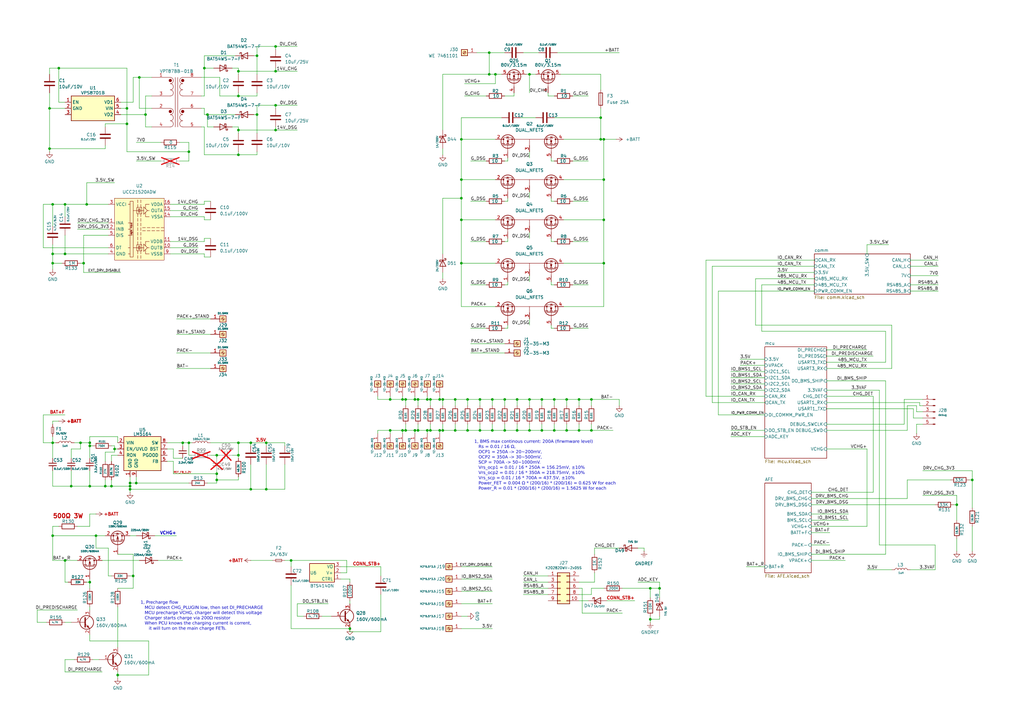
<source format=kicad_sch>
(kicad_sch (version 20231120) (generator "eeschema") (generator_version "8.0")
  (paper "A3")
  (title_block (title "BMS 250A"))
  (lib_symbols
    (symbol "AA_Library:BTS4140N"
      (property "Reference" "U6" (at 0 5.08 0))
      (property "Value" "BTS4140N" (at 0 6.858 0))
      (symbol "BTS4140N_1_1"
        (pin input line (at -7.62 2.54 0) (length 2.54) (name "CTRL") (number "1"))
        (pin power_out line (at -7.62 0 0) (length 2.54) (name "V+") (number "2"))
        (pin power_in line (at -7.62 -2.54 0) (length 2.54) (name "VO") (number "3"))
      )
    )
    (symbol "AA_Library:DUAL_NFETS" (pin_names hide)
      (property "Reference" "Q" (at 0.254 3.556 0))
      (property "Value" "DUAL_NFETS" (at 0.254 1.524 0))
      (symbol "DUAL_NFETS_1_1"
        (pin input line (at -8.89 -7.62 90) (length 2.54) (name "G") (number "1"))
        (pin passive line (at -13.97 0 0) (length 2.54) (name "D") (number "2"))
        (pin passive line (at 0 -5.08 90) (length 2.54) (name "S") (number "3"))
        (pin passive line (at 13.97 0 180) (length 2.54) (name "D") (number "4"))
        (pin input line (at 8.89 -7.62 90) (length 2.54) (name "G") (number "5"))
      )
    )
    (symbol "AA_Library:LM5164" (pin_names (offset 1.016))
      (property "Reference" "U5" (at 0 10.16 0))
      (property "Value" "LM5164" (at 0 7.62 0))
      (symbol "LM5164_1_1"
        (pin power_in line (at -5.08 -11.43 90) (length 2.54) (name "GND") (number "1"))
        (pin power_in line (at -10.16 2.54 0) (length 2.54) (name "VIN") (number "2"))
        (pin input line (at -10.16 0 0) (length 2.54) (name "EN/UVLO") (number "3"))
        (pin open_collector line (at -10.16 -2.54 0) (length 2.54) (name "RON") (number "4"))
        (pin open_collector line (at 10.16 -5.08 180) (length 2.54) (name "FB") (number "5"))
        (pin open_collector line (at 10.16 -2.54 180) (length 2.54) (name "PGOOD") (number "6"))
        (pin open_collector line (at 10.16 0 180) (length 2.54) (name "BST") (number "7"))
        (pin open_collector line (at 10.16 2.54 180) (length 2.54) (name "SW") (number "8"))
        (pin power_in line (at -2.54 -11.43 90) (length 2.54) (name "GND") (number "9"))
      )
    )
    (symbol "AA_Library:VPS8702"
      (property "Reference" "U" (at 0 6.35 0))
      (property "Value" "VPS8702" (at 0 3.81 0))
      (symbol "VPS8702_1_1"
        (pin input line (at -11.43 2.54 0) (length 2.54) (name "EN") (number "1"))
        (pin input line (at -11.43 0 0) (length 2.54) (name "GND") (number "2"))
        (pin input line (at -11.43 -2.54 0) (length 2.54) (name "") (number "3"))
        (pin input line (at 11.43 -2.54 180) (length 2.54) (name "VD2") (number "4"))
        (pin input line (at 11.43 0 180) (length 2.54) (name "VIN") (number "5"))
        (pin input line (at 11.43 2.54 180) (length 2.54) (name "VD1") (number "6"))
      )
    )
    (symbol "AA_Library:VPT87DDF01B"
      (property "Reference" "T" (at 0 12.954 0))
      (property "Value" "VPT87DDF01B" (at 0 0 0))
      (symbol "VPT87DDF01B_1_1"
        (pin passive line (at -10.16 10.16 0) (length 7.62) (name "") (number "1"))
        (pin passive line (at -10.16 -2.54 0) (length 7.62) (name "") (number "2"))
        (pin passive line (at -10.16 2.54 0) (length 7.62) (name "") (number "3"))
        (pin passive line (at -10.16 -10.16 0) (length 7.62) (name "") (number "4"))
        (pin passive line (at 10.16 -10.16 180) (length 7.62) (name "") (number "5"))
        (pin passive line (at 10.16 -2.54 180) (length 7.62) (name "") (number "6"))
        (pin passive line (at 10.16 2.54 180) (length 7.62) (name "") (number "7"))
        (pin passive line (at 10.16 10.16 180) (length 7.62) (name "") (number "8"))
      )
    )
    (symbol "Connector:Conn_01x05_Pin" (pin_names (offset 1.016) hide)
      (property "Reference" "J" (at 0 7.62 0))
      (property "Value" "Conn_01x05_Pin" (at 0 -7.62 0))
      (symbol "Conn_01x05_Pin_1_1"
        (pin passive line (at 5.08 5.08 180) (length 3.81) (name "Pin_1") (number "1"))
        (pin passive line (at 5.08 2.54 180) (length 3.81) (name "Pin_2") (number "2"))
        (pin passive line (at 5.08 0 180) (length 3.81) (name "Pin_3") (number "3"))
        (pin passive line (at 5.08 -2.54 180) (length 3.81) (name "Pin_4") (number "4"))
        (pin passive line (at 5.08 -5.08 180) (length 3.81) (name "Pin_5") (number "5"))
      )
    )
    (symbol "Connector:Screw_Terminal_01x01" (pin_names (offset 1.016) hide)
      (property "Reference" "J" (at 0 2.54 0))
      (property "Value" "Screw_Terminal_01x01" (at 0 -2.54 0))
      (symbol "Screw_Terminal_01x01_1_1"
        (pin passive line (at -5.08 0 0) (length 3.81) (name "Pin_1") (number "1"))
      )
    )
    (symbol "Connector_Generic:Conn_02x05_Odd_Even" (pin_names (offset 1.016) hide)
      (property "Reference" "J" (at 1.27 7.62 0))
      (property "Value" "Conn_02x05_Odd_Even" (at 1.27 -7.62 0))
      (symbol "Conn_02x05_Odd_Even_1_1"
        (pin passive line (at -5.08 5.08 0) (length 3.81) (name "Pin_1") (number "1"))
        (pin passive line (at 7.62 -5.08 180) (length 3.81) (name "Pin_10") (number "10"))
        (pin passive line (at 7.62 5.08 180) (length 3.81) (name "Pin_2") (number "2"))
        (pin passive line (at -5.08 2.54 0) (length 3.81) (name "Pin_3") (number "3"))
        (pin passive line (at 7.62 2.54 180) (length 3.81) (name "Pin_4") (number "4"))
        (pin passive line (at -5.08 0 0) (length 3.81) (name "Pin_5") (number "5"))
        (pin passive line (at 7.62 0 180) (length 3.81) (name "Pin_6") (number "6"))
        (pin passive line (at -5.08 -2.54 0) (length 3.81) (name "Pin_7") (number "7"))
        (pin passive line (at 7.62 -2.54 180) (length 3.81) (name "Pin_8") (number "8"))
        (pin passive line (at -5.08 -5.08 0) (length 3.81) (name "Pin_9") (number "9"))
      )
    )
    (symbol "Device:C" (pin_numbers hide) (pin_names (offset 0.254))
      (property "Reference" "C" (at 0.635 2.54 0))
      (property "Value" "C" (at 0.635 -2.54 0))
      (symbol "C_1_1"
        (pin passive line (at 0 3.81 270) (length 2.794) (name "~") (number "1"))
        (pin passive line (at 0 -3.81 90) (length 2.794) (name "~") (number "2"))
      )
    )
    (symbol "Device:C_Small" (pin_numbers hide) (pin_names (offset 0.254) hide)
      (property "Reference" "C" (at 0.254 1.778 0))
      (property "Value" "C_Small" (at 0.254 -2.032 0))
      (symbol "C_Small_1_1"
        (pin passive line (at 0 2.54 270) (length 2.032) (name "~") (number "1"))
        (pin passive line (at 0 -2.54 90) (length 2.032) (name "~") (number "2"))
      )
    )
    (symbol "Device:Fuse" (pin_numbers hide) (pin_names (offset 0))
      (property "Reference" "F" (at 2.032 0 90))
      (property "Value" "Fuse" (at -1.905 0 90))
      (symbol "Fuse_1_1"
        (pin passive line (at 0 3.81 270) (length 1.27) (name "~") (number "1"))
        (pin passive line (at 0 -3.81 90) (length 1.27) (name "~") (number "2"))
      )
    )
    (symbol "Device:Fuse_Small" (pin_numbers hide) (pin_names (offset 0.254) hide)
      (property "Reference" "F" (at 0 -1.524 0))
      (property "Value" "Fuse_Small" (at 0 1.524 0))
      (symbol "Fuse_Small_1_1"
        (pin passive line (at -2.54 0 0) (length 1.27) (name "~") (number "1"))
        (pin passive line (at 2.54 0 180) (length 1.27) (name "~") (number "2"))
      )
    )
    (symbol "Device:L" (pin_numbers hide) (pin_names (offset 1.016) hide)
      (property "Reference" "L" (at -1.27 0 90))
      (property "Value" "L" (at 1.905 0 90))
      (symbol "L_1_1"
        (pin passive line (at 0 3.81 270) (length 1.27) (name "1") (number "1"))
        (pin passive line (at 0 -3.81 90) (length 1.27) (name "2") (number "2"))
      )
    )
    (symbol "Device:R" (pin_numbers hide) (pin_names (offset 0))
      (property "Reference" "R" (at 2.032 0 90))
      (property "Value" "R" (at 0 0 90))
      (symbol "R_1_1"
        (pin passive line (at 0 3.81 270) (length 1.27) (name "~") (number "1"))
        (pin passive line (at 0 -3.81 90) (length 1.27) (name "~") (number "2"))
      )
    )
    (symbol "Diode:1N5819WS" (pin_numbers hide) (pin_names (offset 1.016) hide)
      (property "Reference" "D" (at 0 2.54 0))
      (property "Value" "1N5819WS" (at 0 -2.54 0))
      (symbol "1N5819WS_1_1"
        (pin passive line (at -3.81 0 0) (length 2.54) (name "K") (number "1"))
        (pin passive line (at 3.81 0 180) (length 2.54) (name "A") (number "2"))
      )
    )
    (symbol "Diode:BAT54J" (pin_numbers hide) (pin_names (offset 1.016) hide)
      (property "Reference" "D" (at 0 2.54 0))
      (property "Value" "BAT54J" (at 0 -2.54 0))
      (symbol "BAT54J_1_1"
        (pin passive line (at -3.81 0 0) (length 2.54) (name "K") (number "1"))
        (pin passive line (at 3.81 0 180) (length 2.54) (name "A") (number "2"))
      )
    )
    (symbol "Driver_FET:UCC21520ADW"
      (property "Reference" "U" (at 0 16.51 0))
      (property "Value" "UCC21520ADW" (at 0 13.97 0))
      (symbol "UCC21520ADW_0_0"
        (text "Logic Input" (at -3.302 0 900) (effects (font (size 0.635 0.635))))
      )
      (symbol "UCC21520ADW_1_1"
        (pin input line (at -12.7 2.54 0) (length 2.54) (name "INA") (number "1"))
        (pin output line (at 12.7 -7.62 180) (length 2.54) (name "OUTB") (number "10"))
        (pin power_in line (at 12.7 -5.08 180) (length 2.54) (name "VDDB") (number "11"))
        (pin no_connect line (at 10.16 -2.54 180) (length 2.54) hide (name "NC") (number "12"))
        (pin no_connect line (at 10.16 2.54 180) (length 2.54) hide (name "NC") (number "13"))
        (pin power_in line (at 12.7 5.08 180) (length 2.54) (name "VSSA") (number "14"))
        (pin output line (at 12.7 7.62 180) (length 2.54) (name "OUTA") (number "15"))
        (pin power_in line (at 12.7 10.16 180) (length 2.54) (name "VDDA") (number "16"))
        (pin input line (at -12.7 0 0) (length 2.54) (name "INB") (number "2"))
        (pin power_in line (at -12.7 10.16 0) (length 2.54) (name "VCCI") (number "3"))
        (pin power_in line (at -12.7 -10.16 0) (length 2.54) (name "GND") (number "4"))
        (pin input line (at -12.7 -2.54 0) (length 2.54) (name "DIS") (number "5"))
        (pin passive line (at -12.7 -7.62 0) (length 2.54) (name "DT") (number "6"))
        (pin no_connect line (at -10.16 -5.08 0) (length 2.54) hide (name "NC") (number "7"))
        (pin passive line (at -12.7 10.16 0) (length 2.54) hide (name "VCCI") (number "8"))
        (pin power_in line (at 12.7 -10.16 180) (length 2.54) (name "VSSB") (number "9"))
      )
    )
    (symbol "Transistor_BJT:BC817" (pin_names (offset 0) hide)
      (property "Reference" "Q" (at 5.08 1.905 0))
      (property "Value" "BC817" (at 5.08 0 0))
      (symbol "BC817_1_1"
        (pin input line (at -5.08 0 0) (length 5.715) (name "B") (number "1"))
        (pin passive line (at 2.54 -5.08 90) (length 2.54) (name "E") (number "2"))
        (pin passive line (at 2.54 5.08 270) (length 2.54) (name "C") (number "3"))
      )
    )
    (symbol "Transistor_FET:AO3401A" (pin_names hide)
      (property "Reference" "Q" (at 5.08 1.905 0))
      (property "Value" "AO3401A" (at 5.08 0 0))
      (symbol "AO3401A_1_1"
        (pin input line (at -5.08 0 0) (length 2.54) (name "G") (number "1"))
        (pin passive line (at 2.54 -5.08 90) (length 2.54) (name "S") (number "2"))
        (pin passive line (at 2.54 5.08 270) (length 2.54) (name "D") (number "3"))
      )
    )
    (symbol "Transistor_FET:CSD19502Q5B" (pin_names hide)
      (property "Reference" "Q" (at 5.08 1.905 0))
      (property "Value" "CSD19502Q5B" (at 5.08 0 0))
      (symbol "CSD19502Q5B_1_1"
        (pin passive line (at 2.54 -5.08 90) (length 2.54) (name "S") (number "1"))
        (pin passive line (at 2.54 -5.08 90) (length 2.54) hide (name "S") (number "2"))
        (pin passive line (at 2.54 -5.08 90) (length 2.54) hide (name "S") (number "3"))
        (pin passive line (at -5.08 0 0) (length 2.54) (name "G") (number "4"))
        (pin passive line (at 2.54 5.08 270) (length 2.54) (name "D") (number "5"))
      )
    )
    (symbol "power:+BATT" (power) (pin_numbers hide) (pin_names (offset 0) hide)
      (property "Value" "+BATT" (at 0 3.556 0))
      (symbol "+BATT_1_1"
        (pin power_in line (at 0 0 90) (length 0) (name "~") (number "1"))
      )
    )
    (symbol "power:GND" (power) (pin_numbers hide) (pin_names (offset 0) hide)
      (property "Value" "GND" (at 0 -3.81 0))
      (symbol "GND_1_1"
        (pin power_in line (at 0 0 270) (length 0) (name "~") (number "1"))
      )
    )
    (symbol "power:GNDREF" (power) (pin_numbers hide) (pin_names (offset 0) hide)
      (property "Value" "GNDREF" (at 0 -3.81 0))
      (symbol "GNDREF_1_1"
        (pin power_in line (at 0 0 270) (length 0) (name "~") (number "1"))
      )
    )
  )
  (junction (at 36.83 238.76))
  (junction (at 203.2 30.48))
  (junction (at 97.79 186.69))
  (junction (at 247.65 107.95))
  (junction (at 166.37 163.83))
  (junction (at 26.67 83.82))
  (junction (at 57.15 31.75))
  (junction (at 246.38 48.26))
  (junction (at 34.29 107.95))
  (junction (at 21.59 107.95))
  (junction (at 242.57 176.53))
  (junction (at 207.01 163.83))
  (junction (at 88.9 194.31))
  (junction (at 191.77 176.53))
  (junction (at 102.87 181.61))
  (junction (at 171.45 176.53))
  (junction (at 212.09 163.83))
  (junction (at 109.22 200.66))
  (junction (at 186.69 163.83))
  (junction (at 175.26 163.83))
  (junction (at 186.69 176.53))
  (junction (at 165.1 163.83))
  (junction (at 46.99 184.15))
  (junction (at 222.25 163.83))
  (junction (at 227.33 176.53))
  (junction (at 181.61 176.53))
  (junction (at 176.53 176.53))
  (junction (at 237.49 163.83))
  (junction (at 97.79 29.21))
  (junction (at 180.34 176.53))
  (junction (at 247.65 90.17))
  (junction (at 52.07 44.45))
  (junction (at 45.72 199.39))
  (junction (at 200.66 21.59))
  (junction (at 143.51 257.81))
  (junction (at 189.23 73.66))
  (junction (at 113.03 19.05))
  (junction (at 48.26 276.86))
  (junction (at 105.41 22.86))
  (junction (at 171.45 163.83))
  (junction (at 77.47 62.23))
  (junction (at 180.34 163.83))
  (junction (at 53.34 198.12))
  (junction (at 109.22 181.61))
  (junction (at 212.09 176.53))
  (junction (at 36.83 181.61))
  (junction (at 33.02 181.61))
  (junction (at 189.23 90.17))
  (junction (at 88.9 196.85))
  (junction (at 113.03 29.21))
  (junction (at 20.32 60.96))
  (junction (at 176.53 163.83))
  (junction (at 88.9 186.69))
  (junction (at 398.78 196.85))
  (junction (at 247.65 57.15))
  (junction (at 20.32 44.45))
  (junction (at 113.03 43.18))
  (junction (at 232.41 163.83))
  (junction (at 175.26 176.53))
  (junction (at 201.93 163.83))
  (junction (at 165.1 176.53))
  (junction (at 246.38 57.15))
  (junction (at 105.41 46.99))
  (junction (at 29.21 199.39))
  (junction (at 170.18 176.53))
  (junction (at 266.7 254))
  (junction (at 196.85 163.83))
  (junction (at 77.47 181.61))
  (junction (at 97.79 63.5))
  (junction (at 24.13 27.94))
  (junction (at 237.49 176.53))
  (junction (at 181.61 163.83))
  (junction (at 83.82 27.94))
  (junction (at 97.79 181.61))
  (junction (at 21.59 104.14))
  (junction (at 160.02 163.83))
  (junction (at 189.23 81.28))
  (junction (at 160.02 176.53))
  (junction (at 36.83 182.88))
  (junction (at 21.59 181.61))
  (junction (at 392.43 207.01))
  (junction (at 36.83 199.39))
  (junction (at 21.59 83.82))
  (junction (at 97.79 39.37))
  (junction (at 201.93 176.53))
  (junction (at 119.38 229.87))
  (junction (at 217.17 163.83))
  (junction (at 39.37 219.71))
  (junction (at 270.51 241.3))
  (junction (at 207.01 176.53))
  (junction (at 196.85 176.53))
  (junction (at 35.56 83.82))
  (junction (at 166.37 176.53))
  (junction (at 189.23 107.95))
  (junction (at 222.25 176.53))
  (junction (at 232.41 176.53))
  (junction (at 247.65 73.66))
  (junction (at 217.17 176.53))
  (junction (at 97.79 53.34))
  (junction (at 217.17 30.48))
  (junction (at 26.67 229.87))
  (junction (at 26.67 104.14))
  (junction (at 227.33 163.83))
  (junction (at 52.07 50.8))
  (junction (at 53.34 199.39))
  (junction (at 200.66 30.48))
  (junction (at 191.77 163.83))
  (junction (at 242.57 163.83))
  (junction (at 43.18 199.39))
  (junction (at 102.87 200.66))
  (junction (at 113.03 53.34))
  (junction (at 59.69 46.99))
  (junction (at 85.09 46.99))
  (junction (at 189.23 57.15))
  (junction (at 74.93 181.61))
  (junction (at 53.34 200.66))
  (junction (at 170.18 163.83))
  (junction (at 55.88 198.12))
  (junction (at 21.59 219.71))
  (junction (at 266.7 241.3))
  (junction (at 54.61 236.22))
  (wire (pts (xy 41.91 229.87) (xy 57.15 229.87)))
  (wire (pts (xy 46.99 185.42) (xy 46.99 184.15)))
  (wire (pts (xy 154.94 163.83) (xy 160.02 163.83)))
  (wire (pts (xy 36.83 248.92) (xy 36.83 250.19)))
  (wire (pts (xy 60.96 276.86) (xy 48.26 276.86)))
  (wire (pts (xy 17.78 101.6) (xy 17.78 83.82)))
  (wire (pts (xy 370.84 163.83) (xy 378.46 163.83)))
  (wire (pts (xy 109.22 182.88) (xy 109.22 181.61)))
  (wire (pts (xy 97.79 62.23) (xy 97.79 63.5)))
  (wire (pts (xy 222.25 173.99) (xy 222.25 176.53)))
  (wire (pts (xy 231.14 57.15) (xy 246.38 57.15)))
  (wire (pts (xy 299.72 152.4) (xy 313.69 152.4)))
  (wire (pts (xy 35.56 74.93) (xy 35.56 83.82)))
  (wire (pts (xy 312.42 116.84) (xy 312.42 135.89)))
  (wire (pts (xy 227.33 39.37) (xy 224.79 39.37)))
  (wire (pts (xy 189.23 73.66) (xy 189.23 57.15)))
  (wire (pts (xy 226.06 66.04) (xy 227.33 66.04)))
  (wire (pts (xy 34.29 107.95) (xy 33.02 107.95)))
  (wire (pts (xy 71.12 189.23) (xy 68.58 189.23)))
  (wire (pts (xy 86.36 82.55) (xy 83.82 82.55)))
  (wire (pts (xy 45.72 236.22) (xy 44.45 236.22)))
  (wire (pts (xy 45.72 196.85) (xy 45.72 199.39)))
  (wire (pts (xy 41.91 275.59) (xy 26.67 275.59)))
  (wire (pts (xy 116.84 182.88) (xy 116.84 181.61)))
  (wire (pts (xy 306.07 232.41) (xy 313.69 232.41)))
  (wire (pts (xy 113.03 27.94) (xy 113.03 29.21)))
  (wire (pts (xy 97.79 181.61) (xy 97.79 186.69)))
  (wire (pts (xy 201.93 257.81) (xy 189.23 257.81)))
  (wire (pts (xy 165.1 162.56) (xy 165.1 163.83)))
  (wire (pts (xy 375.92 168.91) (xy 378.46 168.91)))
  (wire (pts (xy 86.36 90.17) (xy 83.82 90.17)))
  (wire (pts (xy 242.57 176.53) (xy 242.57 173.99)))
  (wire (pts (xy 205.74 30.48) (xy 203.2 30.48)))
  (wire (pts (xy 243.84 234.95) (xy 243.84 238.76)))
  (wire (pts (xy 208.28 116.84) (xy 208.28 115.57)))
  (wire (pts (xy 347.98 213.36) (xy 332.74 213.36)))
  (wire (pts (xy 21.59 110.49) (xy 21.59 107.95)))
  (wire (pts (xy 85.09 52.07) (xy 85.09 46.99)))
  (wire (pts (xy 97.79 27.94) (xy 97.79 29.21)))
  (wire (pts (xy 69.85 101.6) (xy 81.28 101.6)))
  (wire (pts (xy 247.65 73.66) (xy 247.65 57.15)))
  (wire (pts (xy 74.93 181.61) (xy 74.93 182.88)))
  (wire (pts (xy 45.72 189.23) (xy 45.72 186.69)))
  (wire (pts (xy 33.02 181.61) (xy 36.83 181.61)))
  (wire (pts (xy 355.6 233.68) (xy 365.76 233.68)))
  (wire (pts (xy 375.92 173.99) (xy 378.46 173.99)))
  (wire (pts (xy 372.11 166.37) (xy 375.92 166.37)))
  (wire (pts (xy 71.12 184.15) (xy 71.12 187.96)))
  (wire (pts (xy 180.34 163.83) (xy 181.61 163.83)))
  (wire (pts (xy 247.65 241.3) (xy 242.57 241.3)))
  (wire (pts (xy 237.49 163.83) (xy 242.57 163.83)))
  (wire (pts (xy 36.83 238.76) (xy 36.83 241.3)))
  (wire (pts (xy 73.66 58.42) (xy 77.47 58.42)))
  (wire (pts (xy 113.03 52.07) (xy 113.03 53.34)))
  (wire (pts (xy 375.92 177.8) (xy 375.92 173.99)))
  (wire (pts (xy 21.59 173.99) (xy 21.59 172.72)))
  (wire (pts (xy 55.88 198.12) (xy 77.47 198.12)))
  (wire (pts (xy 175.26 163.83) (xy 175.26 162.56)))
  (wire (pts (xy 97.79 52.07) (xy 95.25 52.07)))
  (wire (pts (xy 222.25 163.83) (xy 222.25 166.37)))
  (wire (pts (xy 234.95 116.84) (xy 241.3 116.84)))
  (wire (pts (xy 68.58 181.61) (xy 74.93 181.61)))
  (wire (pts (xy 31.75 229.87) (xy 26.67 229.87)))
  (wire (pts (xy 340.36 223.52) (xy 332.74 223.52)))
  (wire (pts (xy 207.01 134.62) (xy 208.28 134.62)))
  (wire (pts (xy 229.87 30.48) (xy 246.38 30.48)))
  (wire (pts (xy 261.62 224.79) (xy 264.16 224.79)))
  (wire (pts (xy 171.45 163.83) (xy 171.45 166.37)))
  (wire (pts (xy 226.06 97.79) (xy 226.06 99.06)))
  (wire (pts (xy 113.03 43.18) (xy 121.92 43.18)))
  (wire (pts (xy 365.76 133.35) (xy 309.88 133.35)))
  (wire (pts (xy 21.59 219.71) (xy 39.37 219.71)))
  (wire (pts (xy 83.82 105.41) (xy 83.82 104.14)))
  (wire (pts (xy 231.14 107.95) (xy 247.65 107.95)))
  (wire (pts (xy 392.43 203.2) (xy 392.43 207.01)))
  (wire (pts (xy 222.25 176.53) (xy 227.33 176.53)))
  (wire (pts (xy 247.65 125.73) (xy 247.65 107.95)))
  (wire (pts (xy 87.63 52.07) (xy 85.09 52.07)))
  (wire (pts (xy 142.24 234.95) (xy 142.24 229.87)))
  (wire (pts (xy 134.62 247.65) (xy 121.92 247.65)))
  (wire (pts (xy 33.02 184.15) (xy 33.02 181.61)))
  (wire (pts (xy 189.23 48.26) (xy 189.23 57.15)))
  (wire (pts (xy 227.33 173.99) (xy 227.33 176.53)))
  (wire (pts (xy 360.68 160.02) (xy 360.68 223.52)))
  (wire (pts (xy 212.09 176.53) (xy 217.17 176.53)))
  (wire (pts (xy 294.64 119.38) (xy 334.01 119.38)))
  (wire (pts (xy 53.34 236.22) (xy 54.61 236.22)))
  (wire (pts (xy 210.82 38.1) (xy 210.82 39.37)))
  (wire (pts (xy 208.28 82.55) (xy 208.28 81.28)))
  (wire (pts (xy 232.41 163.83) (xy 237.49 163.83)))
  (wire (pts (xy 186.69 173.99) (xy 186.69 176.53)))
  (wire (pts (xy 43.18 59.69) (xy 43.18 60.96)))
  (wire (pts (xy 57.15 31.75) (xy 62.23 31.75)))
  (wire (pts (xy 113.03 29.21) (xy 121.92 29.21)))
  (wire (pts (xy 102.87 182.88) (xy 102.87 181.61)))
  (wire (pts (xy 113.03 53.34) (xy 97.79 53.34)))
  (wire (pts (xy 36.83 237.49) (xy 36.83 238.76)))
  (wire (pts (xy 210.82 39.37) (xy 207.01 39.37)))
  (wire (pts (xy 97.79 53.34) (xy 97.79 54.61)))
  (wire (pts (xy 31.75 93.98) (xy 44.45 93.98)))
  (wire (pts (xy 83.82 90.17) (xy 83.82 88.9)))
  (wire (pts (xy 303.53 147.32) (xy 313.69 147.32)))
  (wire (pts (xy 54.61 227.33) (xy 48.26 227.33)))
  (wire (pts (xy 86.36 105.41) (xy 83.82 105.41)))
  (wire (pts (xy 227.33 163.83) (xy 232.41 163.83)))
  (wire (pts (xy 339.09 143.51) (xy 355.6 143.51)))
  (wire (pts (xy 180.34 176.53) (xy 180.34 177.8)))
  (wire (pts (xy 165.1 176.53) (xy 166.37 176.53)))
  (wire (pts (xy 247.65 107.95) (xy 247.65 90.17)))
  (wire (pts (xy 181.61 173.99) (xy 181.61 176.53)))
  (wire (pts (xy 36.83 182.88) (xy 36.83 181.61)))
  (wire (pts (xy 226.06 116.84) (xy 227.33 116.84)))
  (wire (pts (xy 242.57 243.84) (xy 237.49 243.84)))
  (wire (pts (xy 373.38 109.22) (xy 384.81 109.22)))
  (wire (pts (xy 26.67 83.82) (xy 35.56 83.82)))
  (wire (pts (xy 20.32 44.45) (xy 20.32 60.96)))
  (wire (pts (xy 43.18 50.8) (xy 52.07 50.8)))
  (wire (pts (xy 181.61 30.48) (xy 181.61 53.34)))
  (wire (pts (xy 85.09 46.99) (xy 83.82 46.99)))
  (wire (pts (xy 355.6 184.15) (xy 355.6 215.9)))
  (wire (pts (xy 36.83 238.76) (xy 35.56 238.76)))
  (wire (pts (xy 154.94 162.56) (xy 154.94 163.83)))
  (wire (pts (xy 374.65 167.64) (xy 374.65 171.45)))
  (wire (pts (xy 339.09 156.21) (xy 363.22 156.21)))
  (wire (pts (xy 181.61 81.28) (xy 189.23 81.28)))
  (wire (pts (xy 189.23 107.95) (xy 203.2 107.95)))
  (wire (pts (xy 364.49 100.33) (xy 355.6 100.33)))
  (wire (pts (xy 332.74 204.47) (xy 372.11 204.47)))
  (wire (pts (xy 186.69 176.53) (xy 191.77 176.53)))
  (wire (pts (xy 292.1 109.22) (xy 334.01 109.22)))
  (wire (pts (xy 208.28 66.04) (xy 208.28 64.77)))
  (wire (pts (xy 378.46 203.2) (xy 392.43 203.2)))
  (wire (pts (xy 54.61 41.91) (xy 54.61 31.75)))
  (wire (pts (xy 54.61 241.3) (xy 48.26 241.3)))
  (wire (pts (xy 15.24 250.19) (xy 15.24 255.27)))
  (wire (pts (xy 21.59 179.07) (xy 21.59 181.61)))
  (wire (pts (xy 181.61 166.37) (xy 181.61 163.83)))
  (wire (pts (xy 39.37 219.71) (xy 43.18 219.71)))
  (wire (pts (xy 189.23 107.95) (xy 189.23 90.17)))
  (wire (pts (xy 46.99 182.88) (xy 46.99 184.15)))
  (wire (pts (xy 242.57 163.83) (xy 254 163.83)))
  (wire (pts (xy 43.18 189.23) (xy 43.18 185.42)))
  (wire (pts (xy 82.55 44.45) (xy 83.82 44.45)))
  (wire (pts (xy 105.41 62.23) (xy 105.41 63.5)))
  (wire (pts (xy 170.18 177.8) (xy 170.18 176.53)))
  (wire (pts (xy 189.23 125.73) (xy 203.2 125.73)))
  (wire (pts (xy 217.17 78.74) (xy 217.17 81.28)))
  (wire (pts (xy 69.85 99.06) (xy 83.82 99.06)))
  (wire (pts (xy 83.82 82.55) (xy 83.82 83.82)))
  (wire (pts (xy 105.41 22.86) (xy 105.41 30.48)))
  (wire (pts (xy 72.39 151.13) (xy 86.36 151.13)))
  (wire (pts (xy 171.45 176.53) (xy 175.26 176.53)))
  (wire (pts (xy 69.85 88.9) (xy 83.82 88.9)))
  (wire (pts (xy 242.57 241.3) (xy 242.57 243.84)))
  (wire (pts (xy 21.59 100.33) (xy 21.59 104.14)))
  (wire (pts (xy 97.79 196.85) (xy 97.79 195.58)))
  (wire (pts (xy 52.07 44.45) (xy 49.53 44.45)))
  (wire (pts (xy 72.39 137.16) (xy 86.36 137.16)))
  (wire (pts (xy 196.85 176.53) (xy 201.93 176.53)))
  (wire (pts (xy 26.67 104.14) (xy 44.45 104.14)))
  (wire (pts (xy 214.63 238.76) (xy 224.79 238.76)))
  (wire (pts (xy 156.21 243.84) (xy 156.21 259.08)))
  (wire (pts (xy 207.01 66.04) (xy 208.28 66.04)))
  (wire (pts (xy 332.74 201.93) (xy 358.14 201.93)))
  (wire (pts (xy 346.71 229.87) (xy 332.74 229.87)))
  (wire (pts (xy 38.1 182.88) (xy 36.83 182.88)))
  (wire (pts (xy 109.22 181.61) (xy 116.84 181.61)))
  (wire (pts (xy 299.72 179.07) (xy 313.69 179.07)))
  (wire (pts (xy 201.93 163.83) (xy 207.01 163.83)))
  (wire (pts (xy 171.45 173.99) (xy 171.45 176.53)))
  (wire (pts (xy 189.23 125.73) (xy 189.23 107.95)))
  (wire (pts (xy 207.01 99.06) (xy 208.28 99.06)))
  (wire (pts (xy 86.36 181.61) (xy 97.79 181.61)))
  (wire (pts (xy 227.33 163.83) (xy 227.33 166.37)))
  (wire (pts (xy 299.72 176.53) (xy 313.69 176.53)))
  (wire (pts (xy 143.51 238.76) (xy 143.51 237.49)))
  (wire (pts (xy 35.56 83.82) (xy 44.45 83.82)))
  (wire (pts (xy 292.1 165.1) (xy 313.69 165.1)))
  (wire (pts (xy 226.06 81.28) (xy 226.06 82.55)))
  (wire (pts (xy 113.03 19.05) (xy 121.92 19.05)))
  (wire (pts (xy 193.04 144.78) (xy 207.01 144.78)))
  (wire (pts (xy 55.88 58.42) (xy 66.04 58.42)))
  (wire (pts (xy 207.01 21.59) (xy 200.66 21.59)))
  (wire (pts (xy 105.41 63.5) (xy 97.79 63.5)))
  (wire (pts (xy 208.28 99.06) (xy 208.28 97.79)))
  (wire (pts (xy 176.53 163.83) (xy 180.34 163.83)))
  (wire (pts (xy 71.12 194.31) (xy 71.12 189.23)))
  (wire (pts (xy 232.41 176.53) (xy 237.49 176.53)))
  (wire (pts (xy 31.75 91.44) (xy 44.45 91.44)))
  (wire (pts (xy 48.26 275.59) (xy 48.26 276.86)))
  (wire (pts (xy 24.13 215.9) (xy 21.59 215.9)))
  (wire (pts (xy 237.49 176.53) (xy 242.57 176.53)))
  (wire (pts (xy 237.49 241.3) (xy 238.76 241.3)))
  (wire (pts (xy 160.02 176.53) (xy 165.1 176.53)))
  (wire (pts (xy 217.17 62.23) (xy 217.17 64.77)))
  (wire (pts (xy 105.41 38.1) (xy 105.41 39.37)))
  (wire (pts (xy 46.99 74.93) (xy 35.56 74.93)))
  (wire (pts (xy 36.83 179.07) (xy 48.26 179.07)))
  (wire (pts (xy 119.38 257.81) (xy 143.51 257.81)))
  (wire (pts (xy 21.59 199.39) (xy 29.21 199.39)))
  (wire (pts (xy 189.23 57.15) (xy 203.2 57.15)))
  (wire (pts (xy 266.7 245.11) (xy 266.7 241.3)))
  (wire (pts (xy 392.43 226.06) (xy 392.43 220.98)))
  (wire (pts (xy 375.92 166.37) (xy 375.92 168.91)))
  (wire (pts (xy 264.16 224.79) (xy 264.16 226.06)))
  (wire (pts (xy 372.11 196.85) (xy 372.11 204.47)))
  (wire (pts (xy 175.26 176.53) (xy 176.53 176.53)))
  (wire (pts (xy 24.13 27.94) (xy 52.07 27.94)))
  (wire (pts (xy 59.69 52.07) (xy 59.69 46.99)))
  (wire (pts (xy 160.02 177.8) (xy 160.02 176.53)))
  (wire (pts (xy 121.92 247.65) (xy 121.92 252.73)))
  (wire (pts (xy 261.62 238.76) (xy 270.51 238.76)))
  (wire (pts (xy 214.63 243.84) (xy 224.79 243.84)))
  (wire (pts (xy 189.23 48.26) (xy 205.74 48.26)))
  (wire (pts (xy 370.84 163.83) (xy 370.84 173.99)))
  (wire (pts (xy 220.98 21.59) (xy 214.63 21.59)))
  (wire (pts (xy 48.26 248.92) (xy 48.26 265.43)))
  (wire (pts (xy 119.38 229.87) (xy 119.38 232.41)))
  (wire (pts (xy 212.09 163.83) (xy 217.17 163.83)))
  (wire (pts (xy 44.45 101.6) (xy 17.78 101.6)))
  (wire (pts (xy 60.96 262.89) (xy 60.96 276.86)))
  (wire (pts (xy 186.69 166.37) (xy 186.69 163.83)))
  (wire (pts (xy 121.92 252.73) (xy 124.46 252.73)))
  (wire (pts (xy 132.08 252.73) (xy 135.89 252.73)))
  (wire (pts (xy 189.23 73.66) (xy 203.2 73.66)))
  (wire (pts (xy 391.16 207.01) (xy 392.43 207.01)))
  (wire (pts (xy 105.41 43.18) (xy 105.41 46.99)))
  (wire (pts (xy 339.09 160.02) (xy 360.68 160.02)))
  (wire (pts (xy 339.09 165.1) (xy 377.19 165.1)))
  (wire (pts (xy 53.34 219.71) (xy 55.88 219.71)))
  (wire (pts (xy 26.67 275.59) (xy 26.67 270.51)))
  (wire (pts (xy 83.82 97.79) (xy 83.82 99.06)))
  (wire (pts (xy 34.29 96.52) (xy 44.45 96.52)))
  (wire (pts (xy 226.06 64.77) (xy 226.06 66.04)))
  (wire (pts (xy 203.2 34.29) (xy 203.2 30.48)))
  (wire (pts (xy 213.36 48.26) (xy 219.71 48.26)))
  (wire (pts (xy 143.51 246.38) (xy 143.51 247.65)))
  (wire (pts (xy 77.47 181.61) (xy 77.47 186.69)))
  (wire (pts (xy 374.65 171.45) (xy 378.46 171.45)))
  (wire (pts (xy 43.18 52.07) (xy 43.18 50.8)))
  (wire (pts (xy 339.09 146.05) (xy 358.14 146.05)))
  (wire (pts (xy 105.41 46.99) (xy 105.41 54.61)))
  (wire (pts (xy 119.38 229.87) (xy 142.24 229.87)))
  (wire (pts (xy 62.23 52.07) (xy 59.69 52.07)))
  (wire (pts (xy 339.09 151.13) (xy 365.76 151.13)))
  (wire (pts (xy 180.34 162.56) (xy 180.34 163.83)))
  (wire (pts (xy 34.29 96.52) (xy 34.29 107.95)))
  (wire (pts (xy 29.21 193.04) (xy 29.21 199.39)))
  (wire (pts (xy 219.71 30.48) (xy 217.17 30.48)))
  (wire (pts (xy 39.37 210.82) (xy 36.83 210.82)))
  (wire (pts (xy 226.06 134.62) (xy 227.33 134.62)))
  (wire (pts (xy 105.41 22.86) (xy 104.14 22.86)))
  (wire (pts (xy 176.53 176.53) (xy 180.34 176.53)))
  (wire (pts (xy 193.04 82.55) (xy 199.39 82.55)))
  (wire (pts (xy 64.77 229.87) (xy 74.93 229.87)))
  (wire (pts (xy 72.39 130.81) (xy 86.36 130.81)))
  (wire (pts (xy 21.59 107.95) (xy 25.4 107.95)))
  (wire (pts (xy 170.18 162.56) (xy 170.18 163.83)))
  (wire (pts (xy 201.93 237.49) (xy 189.23 237.49)))
  (wire (pts (xy 191.77 252.73) (xy 189.23 252.73)))
  (wire (pts (xy 139.7 232.41) (xy 156.21 232.41)))
  (wire (pts (xy 186.69 163.83) (xy 191.77 163.83)))
  (wire (pts (xy 53.34 200.66) (xy 102.87 200.66)))
  (wire (pts (xy 105.41 39.37) (xy 97.79 39.37)))
  (wire (pts (xy 227.33 48.26) (xy 246.38 48.26)))
  (wire (pts (xy 189.23 90.17) (xy 203.2 90.17)))
  (wire (pts (xy 373.38 116.84) (xy 384.81 116.84)))
  (wire (pts (xy 21.59 229.87) (xy 26.67 229.87)))
  (wire (pts (xy 53.34 200.66) (xy 53.34 201.93)))
  (wire (pts (xy 21.59 181.61) (xy 22.86 181.61)))
  (wire (pts (xy 176.53 163.83) (xy 176.53 166.37)))
  (wire (pts (xy 109.22 190.5) (xy 109.22 200.66)))
  (wire (pts (xy 21.59 215.9) (xy 21.59 219.71)))
  (wire (pts (xy 339.09 162.56) (xy 358.14 162.56)))
  (wire (pts (xy 78.74 186.69) (xy 77.47 186.69)))
  (wire (pts (xy 181.61 30.48) (xy 200.66 30.48)))
  (wire (pts (xy 207.01 82.55) (xy 208.28 82.55)))
  (wire (pts (xy 88.9 186.69) (xy 90.17 186.69)))
  (wire (pts (xy 171.45 163.83) (xy 175.26 163.83)))
  (wire (pts (xy 191.77 163.83) (xy 196.85 163.83)))
  (wire (pts (xy 52.07 27.94) (xy 52.07 44.45)))
  (wire (pts (xy 21.59 107.95) (xy 21.59 104.14)))
  (wire (pts (xy 59.69 39.37) (xy 59.69 46.99)))
  (wire (pts (xy 113.03 53.34) (xy 121.92 53.34)))
  (wire (pts (xy 248.92 246.38) (xy 260.35 246.38)))
  (wire (pts (xy 69.85 83.82) (xy 83.82 83.82)))
  (wire (pts (xy 53.34 198.12) (xy 55.88 198.12)))
  (wire (pts (xy 217.17 163.83) (xy 222.25 163.83)))
  (wire (pts (xy 62.23 39.37) (xy 59.69 39.37)))
  (wire (pts (xy 243.84 224.79) (xy 254 224.79)))
  (wire (pts (xy 190.5 34.29) (xy 203.2 34.29)))
  (wire (pts (xy 63.5 219.71) (xy 72.39 219.71)))
  (wire (pts (xy 309.88 133.35) (xy 309.88 114.3)))
  (wire (pts (xy 246.38 48.26) (xy 246.38 57.15)))
  (wire (pts (xy 289.56 162.56) (xy 313.69 162.56)))
  (wire (pts (xy 156.21 232.41) (xy 156.21 236.22)))
  (wire (pts (xy 241.3 39.37) (xy 234.95 39.37)))
  (wire (pts (xy 45.72 186.69) (xy 48.26 186.69)))
  (wire (pts (xy 270.51 252.73) (xy 270.51 254)))
  (wire (pts (xy 31.75 215.9) (xy 36.83 215.9)))
  (wire (pts (xy 226.06 115.57) (xy 226.06 116.84)))
  (wire (pts (xy 226.06 99.06) (xy 227.33 99.06)))
  (wire (pts (xy 339.09 176.53) (xy 372.11 176.53)))
  (wire (pts (xy 53.34 195.58) (xy 53.34 198.12)))
  (wire (pts (xy 45.72 199.39) (xy 53.34 199.39)))
  (wire (pts (xy 154.94 177.8) (xy 154.94 176.53)))
  (wire (pts (xy 55.88 195.58) (xy 55.88 198.12)))
  (wire (pts (xy 191.77 163.83) (xy 191.77 166.37)))
  (wire (pts (xy 53.34 199.39) (xy 53.34 200.66)))
  (wire (pts (xy 181.61 60.96) (xy 181.61 63.5)))
  (wire (pts (xy 214.63 241.3) (xy 224.79 241.3)))
  (wire (pts (xy 43.18 185.42) (xy 46.99 185.42)))
  (wire (pts (xy 195.58 21.59) (xy 200.66 21.59)))
  (wire (pts (xy 119.38 240.03) (xy 119.38 257.81)))
  (wire (pts (xy 312.42 135.89) (xy 363.22 135.89)))
  (wire (pts (xy 355.6 100.33) (xy 355.6 104.14)))
  (wire (pts (xy 373.38 233.68) (xy 383.54 233.68)))
  (wire (pts (xy 82.55 31.75) (xy 90.17 31.75)))
  (wire (pts (xy 74.93 181.61) (xy 77.47 181.61)))
  (wire (pts (xy 193.04 99.06) (xy 199.39 99.06)))
  (wire (pts (xy 191.77 173.99) (xy 191.77 176.53)))
  (wire (pts (xy 29.21 187.96) (xy 29.21 184.15)))
  (wire (pts (xy 20.32 60.96) (xy 43.18 60.96)))
  (wire (pts (xy 88.9 196.85) (xy 97.79 196.85)))
  (wire (pts (xy 69.85 86.36) (xy 81.28 86.36)))
  (wire (pts (xy 196.85 163.83) (xy 201.93 163.83)))
  (wire (pts (xy 21.59 104.14) (xy 26.67 104.14)))
  (wire (pts (xy 234.95 99.06) (xy 241.3 99.06)))
  (wire (pts (xy 83.82 22.86) (xy 83.82 27.94)))
  (wire (pts (xy 165.1 163.83) (xy 166.37 163.83)))
  (wire (pts (xy 96.52 22.86) (xy 83.82 22.86)))
  (wire (pts (xy 166.37 163.83) (xy 170.18 163.83)))
  (wire (pts (xy 266.7 254) (xy 266.7 255.27)))
  (wire (pts (xy 102.87 181.61) (xy 97.79 181.61)))
  (wire (pts (xy 21.59 219.71) (xy 21.59 229.87)))
  (wire (pts (xy 17.78 170.18) (xy 26.67 170.18)))
  (wire (pts (xy 77.47 66.04) (xy 77.47 62.23)))
  (wire (pts (xy 238.76 241.3) (xy 238.76 251.46)))
  (wire (pts (xy 212.09 163.83) (xy 212.09 166.37)))
  (wire (pts (xy 44.45 236.22) (xy 44.45 224.79)))
  (wire (pts (xy 208.28 134.62) (xy 208.28 133.35)))
  (wire (pts (xy 102.87 200.66) (xy 109.22 200.66)))
  (wire (pts (xy 43.18 199.39) (xy 45.72 199.39)))
  (wire (pts (xy 166.37 173.99) (xy 166.37 176.53)))
  (wire (pts (xy 289.56 106.68) (xy 334.01 106.68)))
  (wire (pts (xy 88.9 193.04) (xy 88.9 194.31)))
  (wire (pts (xy 170.18 163.83) (xy 171.45 163.83)))
  (wire (pts (xy 55.88 66.04) (xy 66.04 66.04)))
  (wire (pts (xy 102.87 229.87) (xy 111.76 229.87)))
  (wire (pts (xy 34.29 111.76) (xy 34.29 107.95)))
  (wire (pts (xy 212.09 173.99) (xy 212.09 176.53)))
  (wire (pts (xy 207.01 163.83) (xy 207.01 166.37)))
  (wire (pts (xy 52.07 50.8) (xy 52.07 44.45)))
  (wire (pts (xy 360.68 223.52) (xy 383.54 223.52)))
  (wire (pts (xy 165.1 177.8) (xy 165.1 176.53)))
  (wire (pts (xy 113.03 29.21) (xy 97.79 29.21)))
  (wire (pts (xy 339.09 184.15) (xy 355.6 184.15)))
  (wire (pts (xy 116.84 190.5) (xy 116.84 200.66)))
  (wire (pts (xy 86.36 97.79) (xy 83.82 97.79)))
  (wire (pts (xy 217.17 30.48) (xy 217.17 38.1)))
  (wire (pts (xy 82.55 39.37) (xy 83.82 39.37)))
  (wire (pts (xy 166.37 176.53) (xy 170.18 176.53)))
  (wire (pts (xy 116.84 229.87) (xy 119.38 229.87)))
  (wire (pts (xy 36.83 182.88) (xy 36.83 187.96)))
  (wire (pts (xy 26.67 88.9) (xy 26.67 83.82)))
  (wire (pts (xy 299.72 160.02) (xy 313.69 160.02)))
  (wire (pts (xy 207.01 116.84) (xy 208.28 116.84)))
  (wire (pts (xy 266.7 252.73) (xy 266.7 254)))
  (wire (pts (xy 88.9 186.69) (xy 88.9 187.96)))
  (wire (pts (xy 36.83 179.07) (xy 36.83 181.61)))
  (wire (pts (xy 49.53 111.76) (xy 34.29 111.76)))
  (wire (pts (xy 266.7 254) (xy 270.51 254)))
  (wire (pts (xy 54.61 236.22) (xy 54.61 241.3)))
  (wire (pts (xy 294.64 119.38) (xy 294.64 170.18)))
  (wire (pts (xy 234.95 82.55) (xy 241.3 82.55)))
  (wire (pts (xy 181.61 81.28) (xy 181.61 104.14)))
  (wire (pts (xy 73.66 66.04) (xy 77.47 66.04)))
  (wire (pts (xy 237.49 238.76) (xy 243.84 238.76)))
  (wire (pts (xy 332.74 227.33) (xy 363.22 227.33)))
  (wire (pts (xy 54.61 31.75) (xy 57.15 31.75)))
  (wire (pts (xy 21.59 83.82) (xy 26.67 83.82)))
  (wire (pts (xy 160.02 163.83) (xy 165.1 163.83)))
  (wire (pts (xy 347.98 210.82) (xy 332.74 210.82)))
  (wire (pts (xy 105.41 46.99) (xy 104.14 46.99)))
  (wire (pts (xy 363.22 156.21) (xy 363.22 227.33)))
  (wire (pts (xy 68.58 184.15) (xy 71.12 184.15)))
  (wire (pts (xy 24.13 27.94) (xy 24.13 41.91)))
  (wire (pts (xy 113.03 19.05) (xy 105.41 19.05)))
  (wire (pts (xy 97.79 186.69) (xy 95.25 186.69)))
  (wire (pts (xy 97.79 29.21) (xy 97.79 30.48)))
  (wire (pts (xy 20.32 44.45) (xy 26.67 44.45)))
  (wire (pts (xy 31.75 250.19) (xy 15.24 250.19)))
  (wire (pts (xy 207.01 176.53) (xy 212.09 176.53)))
  (wire (pts (xy 77.47 62.23) (xy 52.07 62.23)))
  (wire (pts (xy 154.94 176.53) (xy 160.02 176.53)))
  (wire (pts (xy 231.14 90.17) (xy 247.65 90.17)))
  (wire (pts (xy 214.63 236.22) (xy 224.79 236.22)))
  (wire (pts (xy 196.85 163.83) (xy 196.85 166.37)))
  (wire (pts (xy 189.23 81.28) (xy 189.23 73.66)))
  (wire (pts (xy 83.82 52.07) (xy 83.82 63.5)))
  (wire (pts (xy 82.55 52.07) (xy 83.82 52.07)))
  (wire (pts (xy 228.6 21.59) (xy 254 21.59)))
  (wire (pts (xy 189.23 232.41) (xy 201.93 232.41)))
  (wire (pts (xy 255.27 241.3) (xy 266.7 241.3)))
  (wire (pts (xy 332.74 215.9) (xy 355.6 215.9)))
  (wire (pts (xy 26.67 96.52) (xy 26.67 104.14)))
  (wire (pts (xy 237.49 246.38) (xy 241.3 246.38)))
  (wire (pts (xy 254 166.37) (xy 254 163.83)))
  (wire (pts (xy 69.85 104.14) (xy 83.82 104.14)))
  (wire (pts (xy 200.66 21.59) (xy 200.66 30.48)))
  (wire (pts (xy 247.65 90.17) (xy 247.65 73.66)))
  (wire (pts (xy 77.47 58.42) (xy 77.47 62.23)))
  (wire (pts (xy 217.17 30.48) (xy 215.9 30.48)))
  (wire (pts (xy 231.14 125.73) (xy 247.65 125.73)))
  (wire (pts (xy 207.01 163.83) (xy 212.09 163.83)))
  (wire (pts (xy 237.49 163.83) (xy 237.49 166.37)))
  (wire (pts (xy 33.02 181.61) (xy 30.48 181.61)))
  (wire (pts (xy 232.41 163.83) (xy 232.41 166.37)))
  (wire (pts (xy 247.65 57.15) (xy 252.73 57.15)))
  (wire (pts (xy 332.74 207.01) (xy 383.54 207.01)))
  (wire (pts (xy 231.14 73.66) (xy 247.65 73.66)))
  (wire (pts (xy 36.83 260.35) (xy 36.83 262.89)))
  (wire (pts (xy 36.83 199.39) (xy 43.18 199.39)))
  (wire (pts (xy 318.77 111.76) (xy 334.01 111.76)))
  (wire (pts (xy 90.17 31.75) (xy 90.17 39.37)))
  (wire (pts (xy 97.79 186.69) (xy 97.79 187.96)))
  (wire (pts (xy 21.59 181.61) (xy 21.59 187.96)))
  (wire (pts (xy 372.11 196.85) (xy 389.89 196.85)))
  (wire (pts (xy 21.59 193.04) (xy 21.59 199.39)))
  (wire (pts (xy 175.26 163.83) (xy 176.53 163.83)))
  (wire (pts (xy 232.41 173.99) (xy 232.41 176.53)))
  (wire (pts (xy 17.78 181.61) (xy 21.59 181.61)))
  (wire (pts (xy 246.38 57.15) (xy 247.65 57.15)))
  (wire (pts (xy 116.84 200.66) (xy 109.22 200.66)))
  (wire (pts (xy 97.79 27.94) (xy 95.25 27.94)))
  (wire (pts (xy 44.45 224.79) (xy 39.37 224.79)))
  (wire (pts (xy 72.39 144.78) (xy 86.36 144.78)))
  (wire (pts (xy 71.12 187.96) (xy 74.93 187.96)))
  (wire (pts (xy 246.38 30.48) (xy 246.38 36.83)))
  (wire (pts (xy 175.26 177.8) (xy 175.26 176.53)))
  (wire (pts (xy 83.82 44.45) (xy 83.82 46.99)))
  (wire (pts (xy 222.25 163.83) (xy 227.33 163.83)))
  (wire (pts (xy 193.04 134.62) (xy 199.39 134.62)))
  (wire (pts (xy 109.22 181.61) (xy 102.87 181.61)))
  (wire (pts (xy 398.78 193.04) (xy 398.78 196.85)))
  (wire (pts (xy 237.49 173.99) (xy 237.49 176.53)))
  (wire (pts (xy 339.09 173.99) (xy 370.84 173.99)))
  (wire (pts (xy 340.36 218.44) (xy 332.74 218.44)))
  (wire (pts (xy 36.83 262.89) (xy 60.96 262.89)))
  (wire (pts (xy 166.37 163.83) (xy 166.37 166.37)))
  (wire (pts (xy 17.78 170.18) (xy 17.78 181.61)))
  (wire (pts (xy 59.69 46.99) (xy 49.53 46.99)))
  (wire (pts (xy 201.93 242.57) (xy 189.23 242.57)))
  (wire (pts (xy 53.34 198.12) (xy 53.34 199.39)))
  (wire (pts (xy 113.03 20.32) (xy 113.03 19.05)))
  (wire (pts (xy 180.34 176.53) (xy 181.61 176.53)))
  (wire (pts (xy 26.67 229.87) (xy 26.67 238.76)))
  (wire (pts (xy 234.95 134.62) (xy 241.3 134.62)))
  (wire (pts (xy 398.78 215.9) (xy 398.78 226.06)))
  (wire (pts (xy 226.06 133.35) (xy 226.06 134.62)))
  (wire (pts (xy 38.1 270.51) (xy 40.64 270.51)))
  (wire (pts (xy 29.21 184.15) (xy 33.02 184.15)))
  (wire (pts (xy 181.61 163.83) (xy 186.69 163.83)))
  (wire (pts (xy 139.7 237.49) (xy 143.51 237.49)))
  (wire (pts (xy 191.77 176.53) (xy 196.85 176.53)))
  (wire (pts (xy 358.14 162.56) (xy 358.14 201.93)))
  (wire (pts (xy 189.23 90.17) (xy 189.23 81.28)))
  (wire (pts (xy 392.43 207.01) (xy 392.43 213.36)))
  (wire (pts (xy 226.06 82.55) (xy 227.33 82.55)))
  (wire (pts (xy 270.51 245.11) (xy 270.51 241.3)))
  (wire (pts (xy 201.93 173.99) (xy 201.93 176.53)))
  (wire (pts (xy 243.84 224.79) (xy 243.84 227.33)))
  (wire (pts (xy 83.82 39.37) (xy 83.82 27.94)))
  (wire (pts (xy 26.67 270.51) (xy 30.48 270.51)))
  (wire (pts (xy 39.37 219.71) (xy 39.37 224.79)))
  (wire (pts (xy 54.61 236.22) (xy 54.61 227.33)))
  (wire (pts (xy 87.63 27.94) (xy 83.82 27.94)))
  (wire (pts (xy 270.51 238.76) (xy 270.51 241.3)))
  (wire (pts (xy 242.57 176.53) (xy 251.46 176.53)))
  (wire (pts (xy 365.76 151.13) (xy 365.76 133.35)))
  (wire (pts (xy 207.01 173.99) (xy 207.01 176.53)))
  (wire (pts (xy 339.09 148.59) (xy 363.22 148.59)))
  (wire (pts (xy 181.61 111.76) (xy 181.61 114.3)))
  (wire (pts (xy 26.67 41.91) (xy 24.13 41.91)))
  (wire (pts (xy 36.83 210.82) (xy 36.83 215.9)))
  (wire (pts (xy 97.79 52.07) (xy 97.79 53.34)))
  (wire (pts (xy 86.36 186.69) (xy 88.9 186.69)))
  (wire (pts (xy 373.38 113.03) (xy 384.81 113.03)))
  (wire (pts (xy 20.32 38.1) (xy 20.32 44.45)))
  (wire (pts (xy 170.18 176.53) (xy 171.45 176.53)))
  (wire (pts (xy 48.26 276.86) (xy 48.26 278.13)))
  (wire (pts (xy 309.88 114.3) (xy 334.01 114.3)))
  (wire (pts (xy 234.95 66.04) (xy 241.3 66.04)))
  (wire (pts (xy 193.04 66.04) (xy 199.39 66.04)))
  (wire (pts (xy 88.9 194.31) (xy 88.9 196.85)))
  (wire (pts (xy 383.54 223.52) (xy 383.54 233.68)))
  (wire (pts (xy 15.24 255.27) (xy 19.05 255.27)))
  (wire (pts (xy 377.19 165.1) (xy 377.19 166.37)))
  (wire (pts (xy 373.38 106.68) (xy 384.81 106.68)))
  (wire (pts (xy 203.2 30.48) (xy 200.66 30.48)))
  (wire (pts (xy 193.04 116.84) (xy 199.39 116.84)))
  (wire (pts (xy 20.32 60.96) (xy 20.32 62.23)))
  (wire (pts (xy 397.51 196.85) (xy 398.78 196.85)))
  (wire (pts (xy 246.38 44.45) (xy 246.38 48.26)))
  (wire (pts (xy 217.17 173.99) (xy 217.17 176.53)))
  (wire (pts (xy 372.11 166.37) (xy 372.11 176.53)))
  (wire (pts (xy 292.1 109.22) (xy 292.1 165.1)))
  (wire (pts (xy 26.67 255.27) (xy 29.21 255.27)))
  (wire (pts (xy 217.17 176.53) (xy 222.25 176.53)))
  (wire (pts (xy 17.78 83.82) (xy 21.59 83.82)))
  (wire (pts (xy 156.21 259.08) (xy 143.51 259.08)))
  (wire (pts (xy 224.79 39.37) (xy 224.79 38.1)))
  (wire (pts (xy 45.72 182.88) (xy 46.99 182.88)))
  (wire (pts (xy 97.79 38.1) (xy 97.79 39.37)))
  (wire (pts (xy 21.59 172.72) (xy 24.13 172.72)))
  (wire (pts (xy 238.76 251.46) (xy 255.27 251.46)))
  (wire (pts (xy 96.52 46.99) (xy 85.09 46.99)))
  (wire (pts (xy 49.53 41.91) (xy 54.61 41.91)))
  (wire (pts (xy 176.53 173.99) (xy 176.53 176.53)))
  (wire (pts (xy 270.51 241.3) (xy 266.7 241.3)))
  (wire (pts (xy 299.72 157.48) (xy 313.69 157.48)))
  (wire (pts (xy 97.79 63.5) (xy 83.82 63.5)))
  (wire (pts (xy 201.93 176.53) (xy 207.01 176.53)))
  (wire (pts (xy 113.03 43.18) (xy 105.41 43.18)))
  (wire (pts (xy 62.23 44.45) (xy 57.15 44.45)))
  (wire (pts (xy 193.04 140.97) (xy 207.01 140.97)))
  (wire (pts (xy 363.22 135.89) (xy 363.22 148.59)))
  (wire (pts (xy 88.9 198.12) (xy 88.9 196.85)))
  (wire (pts (xy 105.41 19.05) (xy 105.41 22.86)))
  (wire (pts (xy 71.12 194.31) (xy 88.9 194.31)))
  (wire (pts (xy 201.93 163.83) (xy 201.93 166.37)))
  (wire (pts (xy 199.39 39.37) (xy 190.5 39.37)))
  (wire (pts (xy 217.17 95.25) (xy 217.17 97.79)))
  (wire (pts (xy 217.17 130.81) (xy 217.17 133.35)))
  (wire (pts (xy 217.17 113.03) (xy 217.17 115.57)))
  (wire (pts (xy 378.46 193.04) (xy 398.78 193.04)))
  (wire (pts (xy 20.32 30.48) (xy 20.32 27.94)))
  (wire (pts (xy 196.85 173.99) (xy 196.85 176.53)))
  (wire (pts (xy 20.32 27.94) (xy 24.13 27.94)))
  (wire (pts (xy 85.09 198.12) (xy 88.9 198.12)))
  (wire (pts (xy 113.03 44.45) (xy 113.03 43.18)))
  (wire (pts (xy 102.87 190.5) (xy 102.87 200.66)))
  (wire (pts (xy 312.42 116.84) (xy 334.01 116.84)))
  (wire (pts (xy 21.59 92.71) (xy 21.59 83.82)))
  (wire (pts (xy 77.47 181.61) (xy 78.74 181.61)))
  (wire (pts (xy 46.99 184.15) (xy 48.26 184.15)))
  (wire (pts (xy 242.57 166.37) (xy 242.57 163.83)))
  (wire (pts (xy 143.51 257.81) (xy 143.51 259.08)))
  (wire (pts (xy 26.67 238.76) (xy 27.94 238.76)))
  (wire (pts (xy 289.56 162.56) (xy 289.56 106.68)))
  (wire (pts (xy 377.19 166.37) (xy 378.46 166.37)))
  (wire (pts (xy 90.17 39.37) (xy 97.79 39.37)))
  (wire (pts (xy 52.07 62.23) (xy 52.07 50.8)))
  (wire (pts (xy 201.93 247.65) (xy 189.23 247.65)))
  (wire (pts (xy 29.21 199.39) (xy 36.83 199.39)))
  (wire (pts (xy 299.72 154.94) (xy 313.69 154.94)))
  (wire (pts (xy 227.33 176.53) (xy 232.41 176.53)))
  (wire (pts (xy 303.53 149.86) (xy 313.69 149.86)))
  (wire (pts (xy 217.17 163.83) (xy 217.17 166.37)))
  (wire (pts (xy 48.26 179.07) (xy 48.26 181.61)))
  (wire (pts (xy 43.18 196.85) (xy 43.18 199.39)))
  (wire (pts (xy 294.64 170.18) (xy 313.69 170.18)))
  (wire (pts (xy 339.09 167.64) (xy 374.65 167.64)))
  (wire (pts (xy 36.83 193.04) (xy 36.83 199.39)))
  (wire (pts (xy 160.02 162.56) (xy 160.02 163.83)))
  (wire (pts (xy 373.38 119.38) (xy 384.81 119.38)))
  (wire (pts (xy 139.7 234.95) (xy 142.24 234.95)))
  (wire (pts (xy 398.78 196.85) (xy 398.78 208.28)))
  (wire (pts (xy 181.61 176.53) (xy 186.69 176.53)))
  (wire (pts (xy 57.15 44.45) (xy 57.15 31.75)))
  (text "1, BMS max continous current: 200A (firwmware level)\n   Rs = 0.01 / 16 Ω, \n   OCP1 = 250A -> 20~200mV, \n   OCP2 = 350A -> 30~500mV,\n   SCP = 700A -> 50~1000mV.\n   Vrs_ocp1 = 0.01 / 16 * 250A = 156.25mV, ±10%\n   Vrs_ocp2 = 0.01 / 16 * 350A = 218.75mV, ±10%\n   Vrs_scp = 0.01 / 16 * 700A = 437.5V, ±10%\n   Power_FET = 0.004 Ω * (200/16) * (200/16) = 0.625 W for each\n   Power_R = 0.01 * (200/16) * (200/16) = 1.5625 W for each" (at 194.564 191.262 0) (effects (font (size 1.27 1.27)) (justify left)))
  (text "1, Precharge flow\n   MCU detect CHG_PLUGIN low, then set DI_PRECHARGE\n   MCU precharge VCHG, charger will detect this voltage\n   Charger starts charge via 200Ω resistor \n   When PCU knows the charging current is corrent, \n      it will turn on the main charge FETs." (at 57.658 252.984 0) (effects (font (size 1.27 1.27)) (justify left)))
  (label "G_DSG" (at 241.3 134.62 180))
  (label "PACK-" (at 255.27 251.46 180))
  (label "PACK+" (at 193.04 125.73 0))
  (label "485_MCU_TX" (at 318.77 116.84 0))
  (label "CHG_DET" (at 243.84 224.79 0))
  (label "IO_CAN_RX" (at 299.72 162.56 0))
  (label "PACK+_STAND" (at 193.04 140.97 0))
  (label "VCHG+" (at 72.39 219.71 180) (effects (font (thickness 0.254) (bold yes))))
  (label "RS485_A" (at 214.63 241.3 0))
  (label "BAT-" (at 251.46 163.83 180))
  (label "0V_DSG" (at 217.17 115.57 180))
  (label "3.5V" (at 318.77 111.76 0))
  (label "0V_DSG" (at 217.17 64.77 180))
  (label "PACK+" (at 303.53 149.86 0))
  (label "0V_CHG" (at 81.28 88.9 180))
  (label "CONN_STB+" (at 260.35 246.38 180) (effects (font (thickness 0.254) (bold yes))))
  (label "G_CHG" (at 81.28 86.36 180))
  (label "G_CHG" (at 190.5 39.37 0))
  (label "DI_PREDISCHARGE" (at 31.75 250.19 180))
  (label "3.5V" (at 355.6 233.68 0))
  (label "IO_BMS2_SCL" (at 201.93 242.57 180))
  (label "DI_BMS_SHIP" (at 355.6 156.21 180))
  (label "BAT+_STAND" (at 193.04 144.78 0))
  (label "14V_CHG" (at 121.92 29.21 180))
  (label "CHG_DET" (at 347.98 201.93 180))
  (label "PACK-" (at 251.46 176.53 180))
  (label "G_DSG" (at 193.04 66.04 0))
  (label "DI_BMS_SHIP" (at 346.71 227.33 180))
  (label "ADC_KEY" (at 261.62 238.76 0))
  (label "485_MCU_RX" (at 355.6 151.13 180))
  (label "0V_DSG" (at 217.17 97.79 180))
  (label "3.5V_SW" (at 46.99 74.93 180))
  (label "3.5V" (at 303.53 147.32 0))
  (label "CAN_L" (at 384.81 109.22 180))
  (label "14V_CHG" (at 81.28 83.82 180))
  (label "CAN_L" (at 214.63 238.76 0))
  (label "DRV_CHG_3V3" (at 31.75 91.44 0))
  (label "DI_PRECHARGE" (at 355.6 143.51 180))
  (label "IO_BMS2_SDA" (at 299.72 160.02 0))
  (label "0V_CHG" (at 121.92 19.05 180))
  (label "RS485_B" (at 384.81 119.38 180))
  (label "3.5V_SW" (at 55.88 66.04 0))
  (label "BAT+F" (at 26.67 170.18 180) (effects (font (thickness 0.254) (bold yes))))
  (label "ADC_KEY" (at 299.72 179.07 0))
  (label "BAT+F" (at 201.93 247.65 180))
  (label "3.3VAF" (at 383.54 233.68 180))
  (label "DRV_DSG_3V3" (at 378.46 203.2 0))
  (label "G_DSG" (at 241.3 99.06 180))
  (label "0V_DSG" (at 217.17 133.35 180))
  (label "0V_DSG" (at 217.17 81.28 180))
  (label "3.3VAF" (at 355.6 160.02 180))
  (label "7V0" (at 55.88 58.42 0))
  (label "CAN_H" (at 214.63 236.22 0))
  (label "DRV_BMS_CHG" (at 347.98 204.47 180))
  (label "CAN_H" (at 384.81 106.68 180))
  (label "14V_DSG" (at 81.28 99.06 180))
  (label "DRV_BMS_DSG" (at 347.98 207.01 180))
  (label "IO_BMS1_SCL" (at 347.98 213.36 180))
  (label "REF_FB_1.2V" (at 71.12 194.31 0) (effects (font (size 0.762 0.762))))
  (label "DO_STB_EN" (at 299.72 176.53 0))
  (label "G_CHG" (at 241.3 39.37 180))
  (label "0V_DSG" (at 81.28 104.14 180))
  (label "3.5V_SW" (at 364.49 100.33 180))
  (label "BAT+_STAND" (at 72.39 137.16 0))
  (label "BAT+F" (at 340.36 218.44 180))
  (label "PACK+" (at 74.93 229.87 180))
  (label "CHG_DET" (at 358.14 162.56 180))
  (label "PACK-" (at 340.36 223.52 180))
  (label "PACK+_STAND" (at 72.39 130.81 0))
  (label "VCHG+" (at 355.6 184.15 180))
  (label "G_DSG" (at 241.3 66.04 180))
  (label "IO_CAN_TX" (at 299.72 165.1 0))
  (label "14V_DSG" (at 121.92 53.34 180))
  (label "BAT-" (at 72.39 151.13 0))
  (label "G_DSG" (at 241.3 116.84 180))
  (label "DRV_DSG_3V3" (at 31.75 93.98 0))
  (label "IO_PWR_COMM_EN" (at 318.77 119.38 0) (effects (font (size 1.016 1.016))))
  (label "EXT_DRV_DISABLE" (at 201.93 232.41 180) (effects (font (size 1.016 1.016))))
  (label "IO_BMS1_SDA" (at 347.98 210.82 180))
  (label "BAT+_R" (at 306.07 232.41 0))
  (label "3.5V" (at 201.93 257.81 180))
  (label "DI_PRECHARGE" (at 41.91 275.59 180))
  (label "7V0" (at 384.81 113.03 180))
  (label "RS485_A" (at 384.81 116.84 180))
  (label "485_MCU_RX" (at 318.77 114.3 0))
  (label "G_DSG" (at 193.04 134.62 0))
  (label "0V_DSG" (at 121.92 43.18 180))
  (label "0V_CHG" (at 217.17 38.1 0))
  (label "IO_CAN_TX" (at 318.77 109.22 0))
  (label "CONN_STB+" (at 156.21 232.41 180) (effects (font (thickness 0.254) (bold yes))))
  (label "3.5V" (at 109.22 181.61 180) (effects (font (thickness 0.254) (bold yes))))
  (label "VCHG+" (at 340.36 215.9 180))
  (label "BAT+_R" (at 21.59 229.87 0))
  (label "IO_BMS1_SCL" (at 299.72 152.4 0))
  (label "485_MCU_TX" (at 355.6 148.59 180))
  (label "RS485_B" (at 214.63 243.84 0))
  (label "G_DSG" (at 81.28 101.6 180))
  (label "EXT_DRV_DISABLE" (at 49.53 111.76 180) (effects (font (size 1.016 1.016))))
  (label "DO_STB_EN" (at 134.62 247.65 180))
  (label "DRV_CHG_3V3" (at 378.46 193.04 0))
  (label "IO_BMS2_SDA" (at 201.93 237.49 180))
  (label "PACK-" (at 72.39 144.78 0))
  (label "PACK+" (at 346.71 229.87 180))
  (label "IO_PWR_COMM_EN" (at 299.72 170.18 0) (effects (font (size 1.016 1.016))))
  (label "G_DSG" (at 193.04 82.55 0))
  (label "IO_CAN_RX" (at 318.77 106.68 0))
  (label "G_DSG" (at 193.04 116.84 0))
  (label "G_DSG" (at 241.3 82.55 180))
  (label "IO_BMS2_SCL" (at 299.72 157.48 0))
  (label "DI_PREDISCHARGE" (at 358.14 146.05 180))
  (label "G_DSG" (at 193.04 99.06 0))
  (label "VCHG+" (at 190.5 34.29 0))
  (label "IO_BMS1_SDA" (at 299.72 154.94 0))
  (label "+BATT" (at 254 21.59 180))
  (symbol (lib_id "Connector:Screw_Terminal_01x01") (at 165.1 182.88 270) (unit 1)
    (property "Reference" "J10" (at 165.1 186.69 90))
    (property "Value" "YZ-35-M3" (at 162.814 182.88 0) (effects (font (size 0.762 0.762))))
    (property "Footprint" "AA_PCB_Library:Terminal_3.8" (effects (hide yes)))
    (property "Description" "Generic screw terminal, single row, 01x01, script generated (kicad-library-utils/schlib/autogen/connector/)" (effects (hide yes)))
    (property "Manufacture" "shop101998740" (effects (hide yes)))
    (property "Part Number" "YZ-35-M3" (effects (hide yes)))
  )
  (symbol (lib_id "power:GND") (at 375.92 177.8 0) (unit 1)
    (property "Reference" "#PWR029" (effects (hide yes)))
    (property "Value" "GND" (at 375.92 181.864 0))
    (property "Description" "Power symbol creates a global label with name \"GND\" , ground" (effects (hide yes)))
  )
  (symbol (lib_id "Device:L") (at 369.57 233.68 90) (unit 1)
    (property "Reference" "L3" (at 369.316 231.648 90))
    (property "Value" "1uH" (at 369.57 234.95 90) (effects (font (size 0.762 0.762))))
    (property "Footprint" "Inductor_SMD:L_0805_2012Metric" (effects (hide yes)))
    (property "Description" "Inductor" (effects (hide yes)))
    (property "Manufacture" "顺络" (effects (hide yes)))
    (property "Part Number" "SDFL2012Q1R0KTF" (effects (hide yes)))
  )
  (symbol (lib_id "Device:R") (at 222.25 170.18 180) (unit 1)
    (property "Reference" "R19" (at 220.218 170.18 90))
    (property "Value" "0.01" (at 222.25 170.434 90) (effects (font (size 0.762 0.762))))
    (property "Footprint" "Resistor_SMD:R_2512_6332Metric" (effects (hide yes)))
    (property "Description" "Resistor" (effects (hide yes)))
    (property "Manufacture" "毫欧" (effects (hide yes)))
    (property "Part Number" "HoJLR2512-3W-10mR-1%" (effects (hide yes)))
  )
  (symbol (lib_id "Transistor_BJT:BC817") (at 45.72 270.51 0) (unit 1)
    (property "Reference" "Q31" (at 50.8 269.2399 0) (effects (justify left)))
    (property "Value" "160V/600mA" (at 50.8 271.7799 0) (effects (justify left)))
    (property "Footprint" "AA_PCB_Library:SOT-23" (effects (hide yes)))
    (property "Datasheet" "https://www.onsemi.com/pub/Collateral/BC818-D.pdf" (effects (hide yes)))
    (property "Description" "FMMT493TA" (effects (hide yes)))
    (property "Manufacture" "安森美" (effects (hide yes)))
    (property "Part Number" "MMBT5551LT1G" (effects (hide yes)))
  )
  (symbol (lib_id "Device:R") (at 181.61 170.18 180) (unit 1)
    (property "Reference" "R27" (at 179.578 170.18 90))
    (property "Value" "0.01" (at 181.61 170.434 90) (effects (font (size 0.762 0.762))))
    (property "Footprint" "Resistor_SMD:R_2512_6332Metric" (effects (hide yes)))
    (property "Description" "Resistor" (effects (hide yes)))
    (property "Manufacture" "毫欧" (effects (hide yes)))
    (property "Part Number" "HoJLR2512-3W-10mR-1%" (effects (hide yes)))
  )
  (symbol (lib_id "Device:C") (at 20.32 34.29 0) (unit 1)
    (property "Reference" "C1" (at 24.13 33.0199 0) (effects (justify left)))
    (property "Value" "10uF/10V" (at 24.13 35.5599 0) (effects (justify left)))
    (property "Footprint" "Capacitor_SMD:C_0805_2012Metric" (effects (hide yes)))
    (property "Description" "Unpolarized capacitor" (effects (hide yes)))
    (property "Manufacture" "三星" (effects (hide yes)))
    (property "Part Number" "CL21B106KPQNNNE" (effects (hide yes)))
  )
  (symbol (lib_id "Device:R") (at 45.72 193.04 180) (unit 1)
    (property "Reference" "R102" (at 48.006 193.04 90))
    (property "Value" "28.7K" (at 45.72 193.294 90) (effects (font (size 0.762 0.762))))
    (property "Footprint" "Resistor_SMD:R_0603_1608Metric" (effects (hide yes)))
    (property "Description" "Resistor" (effects (hide yes)))
    (property "Manufacture" "国巨" (effects (hide yes)))
    (property "Part Number" "RC0603FR-0728K7L" (effects (hide yes)))
  )
  (symbol (lib_id "Device:R") (at 387.35 207.01 90) (mirror x) (unit 1)
    (property "Reference" "R131" (at 387.35 209.042 90))
    (property "Value" "33K" (at 387.096 207.01 90))
    (property "Footprint" "Resistor_SMD:R_0603_1608Metric" (effects (hide yes)))
    (property "Description" "Resistor" (effects (hide yes)))
    (property "Manufacture" "国巨" (effects (hide yes)))
    (property "Part Number" "RC0603FR-0733KL" (effects (hide yes)))
  )
  (symbol (lib_id "power:GND") (at 181.61 63.5 0) (unit 1)
    (property "Reference" "#PWR025" (effects (hide yes)))
    (property "Value" "GND" (at 181.61 67.564 0))
    (property "Description" "Power symbol creates a global label with name \"GND\" , ground" (effects (hide yes)))
  )
  (symbol (lib_id "Device:Fuse") (at 246.38 40.64 0) (unit 1)
    (property "Reference" "F3" (at 248.92 39.3699 0) (effects (justify left)))
    (property "Value" "Fuse 25A" (at 248.92 41.9099 0) (effects (justify left)))
    (property "Footprint" "Fuse:Fuse_Schurter_UMT250" (effects (hide yes)))
    (property "Description" "Fuse" (effects (hide yes)))
    (property "Manufacture" "力特" (effects (hide yes)))
    (property "Part Number" "0456025.ER" (effects (hide yes)))
  )
  (symbol (lib_id "AA_Library:DUAL_NFETS") (at 217.17 90.17 0) (unit 1)
    (property "Reference" "Q4" (at 217.17 83.82 0))
    (property "Value" "DUAL_NFETS" (at 217.17 86.36 0))
    (property "Footprint" "AA_PCB_Library:DUAL_TO-220-3_Horizontal_TabDown" (effects (hide yes)))
    (property "Manufacture" "英飞凌" (effects (hide yes)))
    (property "Part Number" "IPP040N08NF2SAKMA1" (effects (hide yes)))
  )
  (symbol (lib_id "Device:R") (at 176.53 170.18 180) (unit 1)
    (property "Reference" "R28" (at 174.498 170.18 90))
    (property "Value" "0.01" (at 176.53 170.434 90) (effects (font (size 0.762 0.762))))
    (property "Footprint" "Resistor_SMD:R_2512_6332Metric" (effects (hide yes)))
    (property "Description" "Resistor" (effects (hide yes)))
    (property "Manufacture" "毫欧" (effects (hide yes)))
    (property "Part Number" "HoJLR2512-3W-10mR-1%" (effects (hide yes)))
  )
  (symbol (lib_id "Connector:Screw_Terminal_01x01") (at 91.44 144.78 0) (unit 1) (in_bom no)
    (property "Reference" "J33" (at 91.44 147.32 0))
    (property "Value" "D1.5MM" (at 91.44 142.494 0) (effects (font (size 0.762 0.762))))
    (property "Footprint" "TestPoint:TestPoint_Pad_D1.0mm" (effects (hide yes)))
    (property "Description" "Generic screw terminal, single row, 01x01, script generated (kicad-library-utils/schlib/autogen/connector/)" (effects (hide yes)))
  )
  (symbol (lib_id "Device:R") (at 203.2 39.37 270) (mirror x) (unit 1)
    (property "Reference" "R2" (at 203.2 37.338 90))
    (property "Value" "10" (at 203.454 39.37 90))
    (property "Footprint" "Resistor_SMD:R_0603_1608Metric" (effects (hide yes)))
    (property "Description" "Resistor" (effects (hide yes)))
    (property "Manufacture" "国巨" (effects (hide yes)))
    (property "Part Number" "RC0603FR-0710RL" (effects (hide yes)))
  )
  (symbol (lib_id "Connector:Screw_Terminal_01x01") (at 184.15 247.65 180) (unit 1)
    (property "Reference" "J16" (at 180.594 247.65 0))
    (property "Value" "M2*6.5*3.5" (at 172.212 247.65 0) (effects (font (size 0.762 0.762)) (justify right)))
    (property "Footprint" "AA_PCB_Library:TestPoint_THTPad_D3.5mm_Drill0.9mm" (effects (hide yes)))
    (property "Description" "Generic screw terminal, single row, 01x01, script generated (kicad-library-utils/schlib/autogen/connector/)" (effects (hide yes)))
    (property "Manufacture" "weiyanwujin" (effects (hide yes)))
    (property "Part Number" "M2*6.5*3.5" (effects (hide yes)))
  )
  (symbol (lib_id "Device:R") (at 29.21 107.95 270) (unit 1)
    (property "Reference" "R133" (at 29.21 109.982 90))
    (property "Value" "1M" (at 29.464 107.95 90))
    (property "Footprint" "Resistor_SMD:R_0603_1608Metric" (effects (hide yes)))
    (property "Description" "Resistor" (effects (hide yes)))
    (property "Manufacture" "国巨" (effects (hide yes)))
    (property "Part Number" "RC0603FR-071ML" (effects (hide yes)))
  )
  (symbol (lib_id "Device:C_Small") (at 88.9 190.5 0) (unit 1) (in_bom no) (dnp yes)
    (property "Reference" "C49" (at 90.678 190.5 0) (effects (justify left)))
    (property "Value" "47pF/50V" (at 89.154 192.278 0) (effects (font (size 0.762 0.762)) (justify left)))
    (property "Footprint" "Capacitor_SMD:C_0603_1608Metric" (effects (hide yes)))
    (property "Description" "Unpolarized capacitor, small symbol" (effects (hide yes)))
    (property "Manufacture" "三星" (effects (hide yes)))
    (property "Part Number" "CL10C470JB8NNNC" (effects (hide yes)))
  )
  (symbol (lib_id "Device:R") (at 81.28 198.12 90) (unit 1)
    (property "Reference" "R13" (at 81.28 196.088 90))
    (property "Value" "24K" (at 81.026 198.12 90) (effects (font (size 0.762 0.762))))
    (property "Footprint" "Resistor_SMD:R_0603_1608Metric" (effects (hide yes)))
    (property "Description" "Resistor" (effects (hide yes)))
    (property "Manufacture" "国巨" (effects (hide yes)))
    (property "Part Number" "RC0603FR-0724KL" (effects (hide yes)))
  )
  (symbol (lib_id "Device:C") (at 116.84 186.69 0) (unit 1)
    (property "Reference" "C79" (at 118.364 185.674 90) (effects (justify left)))
    (property "Value" "10uF/10V" (at 119.888 189.484 90) (effects (font (size 0.762 0.762)) (justify left)))
    (property "Footprint" "Capacitor_SMD:C_0805_2012Metric" (effects (hide yes)))
    (property "Description" "Unpolarized capacitor" (effects (hide yes)))
    (property "Manufacture" "三星" (effects (hide yes)))
    (property "Part Number" "CL21B106KPQNNNE" (effects (hide yes)))
  )
  (symbol (lib_id "power:+BATT") (at 24.13 172.72 270) (unit 1)
    (property "Reference" "#PWR012" (effects (hide yes)))
    (property "Value" "+BATT" (at 27.178 172.72 90) (effects (font (bold yes)) (justify left)))
    (property "Description" "Power symbol creates a global label with name \"+BATT\"" (effects (hide yes)))
  )
  (symbol (lib_id "Connector:Screw_Terminal_01x01") (at 175.26 182.88 270) (unit 1)
    (property "Reference" "J8" (at 175.26 186.69 90))
    (property "Value" "YZ-35-M3" (at 172.974 182.88 0) (effects (font (size 0.762 0.762))))
    (property "Footprint" "AA_PCB_Library:Terminal_3.8" (effects (hide yes)))
    (property "Description" "Generic screw terminal, single row, 01x01, script generated (kicad-library-utils/schlib/autogen/connector/)" (effects (hide yes)))
    (property "Manufacture" "shop101998740" (effects (hide yes)))
    (property "Part Number" "YZ-35-M3" (effects (hide yes)))
  )
  (symbol (lib_id "AA_Library:BTS4140N") (at 132.08 234.95 180) (unit 1)
    (property "Reference" "U6" (at 128.524 234.95 0))
    (property "Value" "BTS4140N" (at 132.08 240.284 0))
    (property "Footprint" "AA_PCB_Library:SOT-223-3_TabPin2" (effects (hide yes)))
    (property "Datasheet" "http://www.advanced-monolithic.com/pdf/ds1117.pdf" (effects (hide yes)))
    (property "Description" "Smart High-Side Power Switch" (effects (hide yes)))
    (property "Manufacture" "英飞凌" (effects (hide yes)))
    (property "Part Number" "BTS4140N" (effects (hide yes)))
  )
  (symbol (lib_id "Connector:Screw_Terminal_01x01") (at 180.34 182.88 270) (unit 1)
    (property "Reference" "J13" (at 178.562 186.69 90) (effects (justify left)))
    (property "Value" "YZ-35-M3" (at 178.054 182.88 0) (effects (font (size 0.762 0.762))))
    (property "Footprint" "AA_PCB_Library:Terminal_3.8" (effects (hide yes)))
    (property "Description" "Generic screw terminal, single row, 01x01, script generated (kicad-library-utils/schlib/autogen/connector/)" (effects (hide yes)))
    (property "Manufacture" "shop101998740" (effects (hide yes)))
    (property "Part Number" "YZ-35-M3" (effects (hide yes)))
  )
  (symbol (lib_id "Device:C") (at 223.52 48.26 90) (unit 1)
    (property "Reference" "C13" (at 226.822 47.244 90))
    (property "Value" "0.1uF/100V" (at 223.52 51.562 90) (effects (font (size 0.762 0.762))))
    (property "Footprint" "Capacitor_SMD:C_1206_3216Metric" (effects (hide yes)))
    (property "Description" "Unpolarized capacitor" (effects (hide yes)))
    (property "Manufacture" "三星" (effects (hide yes)))
    (property "Part Number" "CL31B104KCFNNNE" (effects (hide yes)))
  )
  (symbol (lib_id "Connector:Screw_Terminal_01x01") (at 212.09 140.97 0) (unit 1)
    (property "Reference" "J1" (at 214.63 139.192 0) (effects (justify left)))
    (property "Value" "YZ-35-M3" (at 214.63 140.97 0) (effects (justify left)))
    (property "Footprint" "AA_PCB_Library:Terminal_3.8" (effects (hide yes)))
    (property "Description" "Generic screw terminal, single row, 01x01, script generated (kicad-library-utils/schlib/autogen/connector/)" (effects (hide yes)))
    (property "Manufacture" "shop101998740" (effects (hide yes)))
    (property "Part Number" "YZ-35-M3" (effects (hide yes)))
  )
  (symbol (lib_id "Device:C") (at 97.79 58.42 0) (mirror y) (unit 1)
    (property "Reference" "C5" (at 93.98 57.1499 0) (effects (justify left)))
    (property "Value" "10uF/10V" (at 93.98 59.6899 0) (effects (justify left)))
    (property "Footprint" "Capacitor_SMD:C_0805_2012Metric" (effects (hide yes)))
    (property "Description" "Unpolarized capacitor" (effects (hide yes)))
    (property "Manufacture" "三星" (effects (hide yes)))
    (property "Part Number" "CL21B106KPQNNNE" (effects (hide yes)))
  )
  (symbol (lib_id "Device:R") (at 171.45 170.18 180) (unit 1)
    (property "Reference" "R29" (at 169.418 170.18 90))
    (property "Value" "0.01" (at 171.45 170.434 90) (effects (font (size 0.762 0.762))))
    (property "Footprint" "Resistor_SMD:R_2512_6332Metric" (effects (hide yes)))
    (property "Description" "Resistor" (effects (hide yes)))
    (property "Manufacture" "毫欧" (effects (hide yes)))
    (property "Part Number" "HoJLR2512-3W-10mR-1%" (effects (hide yes)))
  )
  (symbol (lib_id "Diode:1N5819WS") (at 100.33 22.86 0) (unit 1)
    (property "Reference" "D2" (at 100.0125 16.51 0))
    (property "Value" "BAT54WS-7-F" (at 100.0125 19.05 0))
    (property "Footprint" "Diode_SMD:D_SOD-323" (effects (hide yes)))
    (property "Datasheet" "https://datasheet.lcsc.com/lcsc/2204281430_Guangdong-Hottech-1N5819WS_C191023.pdf" (effects (hide yes)))
    (property "Description" "40V 600mV@1A 1A SOD-323 Schottky Barrier Diodes, SOD-323" (effects (hide yes)))
    (property "Manufacture" "美台" (effects (hide yes)))
    (property "Part Number" "BAT54WS-7-F" (effects (hide yes)))
  )
  (symbol (lib_id "Device:C") (at 224.79 21.59 270) (mirror x) (unit 1)
    (property "Reference" "C8" (at 221.996 20.32 90))
    (property "Value" "0.1uF/100V" (at 224.79 18.288 90) (effects (font (size 0.762 0.762))))
    (property "Footprint" "Capacitor_SMD:C_1206_3216Metric" (effects (hide yes)))
    (property "Description" "Unpolarized capacitor" (effects (hide yes)))
    (property "Manufacture" "三星" (effects (hide yes)))
    (property "Part Number" "CL31B104KCFNNNE" (effects (hide yes)))
  )
  (symbol (lib_id "Connector:Screw_Terminal_01x01") (at 91.44 130.81 0) (unit 1) (in_bom no)
    (property "Reference" "J29" (at 91.44 133.35 0))
    (property "Value" "D1.5MM" (at 91.44 128.524 0) (effects (font (size 0.762 0.762))))
    (property "Footprint" "TestPoint:TestPoint_Pad_D1.0mm" (effects (hide yes)))
    (property "Description" "Generic screw terminal, single row, 01x01, script generated (kicad-library-utils/schlib/autogen/connector/)" (effects (hide yes)))
  )
  (symbol (lib_id "power:GNDREF") (at 264.16 226.06 0) (unit 1)
    (property "Reference" "#PWR028" (effects (hide yes)))
    (property "Value" "GNDREF" (at 264.16 231.14 0))
    (property "Description" "Power symbol creates a global label with name \"GNDREF\" , reference supply ground" (effects (hide yes)))
  )
  (symbol (lib_id "power:GND") (at 254 166.37 0) (unit 1)
    (property "Reference" "#PWR03" (effects (hide yes)))
    (property "Value" "GND" (at 254 170.434 0))
    (property "Description" "Power symbol creates a global label with name \"GND\" , ground" (effects (hide yes)))
  )
  (symbol (lib_id "power:+BATT") (at 39.37 210.82 270) (unit 1)
    (property "Reference" "#PWR023" (effects (hide yes)))
    (property "Value" "+BATT" (at 42.418 210.82 90) (effects (font (bold yes)) (justify left)))
    (property "Description" "Power symbol creates a global label with name \"+BATT\"" (effects (hide yes)))
  )
  (symbol (lib_id "Device:R") (at 201.93 170.18 180) (unit 1)
    (property "Reference" "R23" (at 199.898 170.18 90))
    (property "Value" "0.01" (at 201.93 170.434 90) (effects (font (size 0.762 0.762))))
    (property "Footprint" "Resistor_SMD:R_2512_6332Metric" (effects (hide yes)))
    (property "Description" "Resistor" (effects (hide yes)))
    (property "Manufacture" "毫欧" (effects (hide yes)))
    (property "Part Number" "HoJLR2512-3W-10mR-1%" (effects (hide yes)))
  )
  (symbol (lib_id "Device:R") (at 231.14 66.04 90) (unit 1)
    (property "Reference" "R4" (at 231.14 64.008 90))
    (property "Value" "10" (at 230.886 66.04 90))
    (property "Footprint" "Resistor_SMD:R_0603_1608Metric" (effects (hide yes)))
    (property "Description" "Resistor" (effects (hide yes)))
    (property "Manufacture" "国巨" (effects (hide yes)))
    (property "Part Number" "RC0603FR-0710RL" (effects (hide yes)))
  )
  (symbol (lib_id "Connector_Generic:Conn_02x05_Odd_Even") (at 229.87 241.3 0) (unit 1)
    (property "Reference" "J27" (at 231.14 230.886 0))
    (property "Value" "K202820WV-2x05S" (at 231.14 232.918 0) (effects (font (size 1.016 1.016))))
    (property "Footprint" "AA_PCB_Library:K202820WV-2x05S" (effects (hide yes)))
    (property "Description" "Generic connector, double row, 02x05, odd/even pin numbering scheme (row 1 odd numbers, row 2 even numbers), script generated (kicad-library-utils/schlib/autogen/connector/)" (effects (hide yes)))
    (property "Manufacture" "星坤" (effects (hide yes)))
    (property "Part Number" "K202820WV-2x05S-N0SN" (effects (hide yes)))
  )
  (symbol (lib_id "power:GNDREF") (at 266.7 255.27 0) (unit 1)
    (property "Reference" "#PWR027" (effects (hide yes)))
    (property "Value" "GNDREF" (at 266.7 259.334 0))
    (property "Description" "Power symbol creates a global label with name \"GNDREF\" , reference supply ground" (effects (hide yes)))
  )
  (symbol (lib_id "Device:R") (at 34.29 270.51 90) (unit 1)
    (property "Reference" "R129" (at 34.29 268.478 90))
    (property "Value" "4.7K" (at 34.036 270.51 90) (effects (font (size 0.762 0.762))))
    (property "Footprint" "Resistor_SMD:R_0603_1608Metric" (effects (hide yes)))
    (property "Description" "Resistor" (effects (hide yes)))
    (property "Manufacture" "国巨" (effects (hide yes)))
    (property "Part Number" "RC0603FR-074K7L" (effects (hide yes)))
  )
  (symbol (lib_id "Device:C") (at 97.79 34.29 0) (mirror y) (unit 1)
    (property "Reference" "C2" (at 93.98 33.0199 0) (effects (justify left)))
    (property "Value" "10uF/10V" (at 93.98 35.5599 0) (effects (justify left)))
    (property "Footprint" "Capacitor_SMD:C_0805_2012Metric" (effects (hide yes)))
    (property "Description" "Unpolarized capacitor" (effects (hide yes)))
    (property "Manufacture" "三星" (effects (hide yes)))
    (property "Part Number" "CL21B106KPQNNNE" (effects (hide yes)))
  )
  (symbol (lib_id "Device:R") (at 212.09 170.18 180) (unit 1)
    (property "Reference" "R21" (at 210.058 170.18 90))
    (property "Value" "0.01" (at 212.09 170.434 90) (effects (font (size 0.762 0.762))))
    (property "Footprint" "Resistor_SMD:R_2512_6332Metric" (effects (hide yes)))
    (property "Description" "Resistor" (effects (hide yes)))
    (property "Manufacture" "毫欧" (effects (hide yes)))
    (property "Part Number" "HoJLR2512-3W-10mR-1%" (effects (hide yes)))
  )
  (symbol (lib_id "Device:C") (at 43.18 55.88 0) (mirror y) (unit 1)
    (property "Reference" "C16" (at 39.37 55.2449 0) (effects (justify left)))
    (property "Value" "0.1uF/25V" (at 39.37 57.15 0) (effects (font (size 0.762 0.762)) (justify left)))
    (property "Footprint" "Capacitor_SMD:C_0603_1608Metric" (effects (hide yes)))
    (property "Description" "Unpolarized capacitor" (effects (hide yes)))
    (property "Manufacture" "三星" (effects (hide yes)))
    (property "Part Number" "CL10B104KA8NNNC" (effects (hide yes)))
  )
  (symbol (lib_id "AA_Library:VPT87DDF01B") (at 72.39 41.91 0) (unit 1)
    (property "Reference" "T1" (at 72.39 26.67 0))
    (property "Value" "VPT87BB-01B" (at 72.39 29.21 0))
    (property "Footprint" "AA_PCB_Library:VPT87DDF01B" (effects (hide yes)))
    (property "Manufacture" "源特科技" (effects (hide yes)))
    (property "Part Number" "VPT87BB-01B" (effects (hide yes)))
  )
  (symbol (lib_id "Connector:Screw_Terminal_01x01") (at 190.5 21.59 0) (mirror y) (unit 1)
    (property "Reference" "J30" (at 187.96 20.3199 0) (effects (justify left)))
    (property "Value" "WE 7461101" (at 187.96 22.8599 0) (effects (justify left)))
    (property "Footprint" "AA_PCB_Library:Wuerth_YZ42" (effects (hide yes)))
    (property "Description" "Generic screw terminal, single row, 01x01, script generated (kicad-library-utils/schlib/autogen/connector/)" (effects (hide yes)))
    (property "Manufacture" "东莞鑫硕电子" (effects (hide yes)))
    (property "Part Number" "PCB-151M4" (effects (hide yes)))
  )
  (symbol (lib_id "Device:R") (at 393.7 196.85 90) (mirror x) (unit 1)
    (property "Reference" "R123" (at 393.7 198.882 90))
    (property "Value" "33K" (at 393.446 196.85 90))
    (property "Footprint" "Resistor_SMD:R_0603_1608Metric" (effects (hide yes)))
    (property "Description" "Resistor" (effects (hide yes)))
    (property "Manufacture" "国巨" (effects (hide yes)))
    (property "Part Number" "RC0603FR-0733KL" (effects (hide yes)))
  )
  (symbol (lib_id "Device:C") (at 86.36 101.6 0) (unit 1)
    (property "Reference" "C11" (at 90.17 100.3299 0) (effects (justify left)))
    (property "Value" "0.1uF/100V" (at 90.17 102.8699 0) (effects (justify left)))
    (property "Footprint" "Capacitor_SMD:C_1206_3216Metric" (effects (hide yes)))
    (property "Description" "Unpolarized capacitor" (effects (hide yes)))
    (property "Manufacture" "三星" (effects (hide yes)))
    (property "Part Number" "CL31B104KCFNNNE" (effects (hide yes)))
  )
  (symbol (lib_id "Device:R") (at 49.53 236.22 90) (mirror x) (unit 1)
    (property "Reference" "R125" (at 49.53 238.252 90))
    (property "Value" "33K" (at 49.276 236.22 90) (effects (font (size 0.762 0.762))))
    (property "Footprint" "Resistor_SMD:R_0603_1608Metric" (effects (hide yes)))
    (property "Description" "Resistor" (effects (hide yes)))
    (property "Manufacture" "国巨" (effects (hide yes)))
    (property "Part Number" "RC0603FR-0733KL" (effects (hide yes)))
  )
  (symbol (lib_id "Device:R") (at 82.55 186.69 90) (unit 1) (in_bom no) (dnp yes)
    (property "Reference" "R99" (at 82.55 184.658 90))
    (property "Value" "560K" (at 82.296 186.69 90) (effects (font (size 0.762 0.762))))
    (property "Footprint" "Resistor_SMD:R_0603_1608Metric" (effects (hide yes)))
    (property "Description" "Resistor" (effects (hide yes)))
    (property "Manufacture" "国巨" (effects (hide yes)))
    (property "Part Number" "RC0603FR-07560KL" (effects (hide yes)))
  )
  (symbol (lib_id "Diode:BAT54J") (at 270.51 248.92 270) (unit 1)
    (property "Reference" "D48" (at 269.494 243.332 0) (effects (justify left)))
    (property "Value" "TVS 5V" (at 273.05 248.666 0) (effects (font (size 0.762 0.762)) (justify left)))
    (property "Footprint" "Diode_SMD:D_SOD-323F" (effects (hide yes)))
    (property "Description" "BAV3004WS-7" (effects (hide yes)))
    (property "Manufacture" "君耀电子" (effects (hide yes)))
    (property "Part Number" "UDD32C05L01" (effects (hide yes)))
  )
  (symbol (lib_id "Diode:1N5819WS") (at 91.44 27.94 180) (unit 1)
    (property "Reference" "D1" (at 91.7575 21.59 0))
    (property "Value" "BAT54WS-7-F" (at 91.7575 24.13 0))
    (property "Footprint" "Diode_SMD:D_SOD-323" (effects (hide yes)))
    (property "Datasheet" "https://datasheet.lcsc.com/lcsc/2204281430_Guangdong-Hottech-1N5819WS_C191023.pdf" (effects (hide yes)))
    (property "Description" "40V 600mV@1A 1A SOD-323 Schottky Barrier Diodes, SOD-323" (effects (hide yes)))
    (property "Manufacture" "美台" (effects (hide yes)))
    (property "Part Number" "BAT54WS-7-F" (effects (hide yes)))
  )
  (symbol (lib_id "Device:R") (at 31.75 238.76 270) (mirror x) (unit 1)
    (property "Reference" "R127" (at 31.75 236.728 90))
    (property "Value" "33K" (at 32.004 238.76 90) (effects (font (size 0.762 0.762))))
    (property "Footprint" "Resistor_SMD:R_0603_1608Metric" (effects (hide yes)))
    (property "Description" "Resistor" (effects (hide yes)))
    (property "Manufacture" "国巨" (effects (hide yes)))
    (property "Part Number" "RC0603FR-0733KL" (effects (hide yes)))
  )
  (symbol (lib_id "power:GND") (at 392.43 226.06 0) (unit 1)
    (property "Reference" "#PWR022" (effects (hide yes)))
    (property "Value" "GND" (at 392.43 230.124 0))
    (property "Description" "Power symbol creates a global label with name \"GND\" , ground" (effects (hide yes)))
  )
  (symbol (lib_id "Connector:Screw_Terminal_01x01") (at 160.02 182.88 270) (unit 1)
    (property "Reference" "J11" (at 160.02 186.69 90))
    (property "Value" "YZ-35-M3" (at 157.734 182.88 0) (effects (font (size 0.762 0.762))))
    (property "Footprint" "AA_PCB_Library:Terminal_3.8" (effects (hide yes)))
    (property "Description" "Generic screw terminal, single row, 01x01, script generated (kicad-library-utils/schlib/autogen/connector/)" (effects (hide yes)))
    (property "Manufacture" "shop101998740" (effects (hide yes)))
    (property "Part Number" "YZ-35-M3" (effects (hide yes)))
  )
  (symbol (lib_id "Device:C") (at 21.59 96.52 0) (unit 1)
    (property "Reference" "C15" (at 20.066 94.742 90) (effects (justify left)))
    (property "Value" "4.7uF/6.3V" (at 22.606 94.742 90) (effects (font (size 0.762 0.762)) (justify left)))
    (property "Footprint" "Capacitor_SMD:C_0603_1608Metric" (effects (hide yes)))
    (property "Description" "Unpolarized capacitor" (effects (hide yes)))
    (property "Manufacture" "三星" (effects (hide yes)))
    (property "Part Number" "CL10B475KQ8NQNC" (effects (hide yes)))
  )
  (symbol (lib_id "Device:C_Small") (at 29.21 190.5 0) (unit 1)
    (property "Reference" "C52" (at 29.464 188.722 0) (effects (justify left)))
    (property "Value" "0.1uF/100V" (at 29.464 192.278 0) (effects (font (size 0.762 0.762)) (justify left)))
    (property "Footprint" "Capacitor_SMD:C_0603_1608Metric" (effects (hide yes)))
    (property "Description" "Unpolarized capacitor, small symbol" (effects (hide yes)))
    (property "Manufacture" "三星" (effects (hide yes)))
    (property "Part Number" "CL10B104KC8NNNC" (effects (hide yes)))
  )
  (symbol (lib_id "Device:L") (at 26.67 181.61 90) (unit 1)
    (property "Reference" "L2" (at 26.416 179.578 90))
    (property "Value" "1uH" (at 26.67 182.88 90) (effects (font (size 0.762 0.762))))
    (property "Footprint" "Inductor_SMD:L_0805_2012Metric" (effects (hide yes)))
    (property "Description" "Inductor" (effects (hide yes)))
    (property "Manufacture" "顺络" (effects (hide yes)))
    (property "Part Number" "SDFL2012Q1R0KTF" (effects (hide yes)))
  )
  (symbol (lib_id "power:GND") (at 143.51 257.81 0) (unit 1)
    (property "Reference" "#PWR015" (effects (hide yes)))
    (property "Value" "GND" (at 143.51 261.874 0))
    (property "Description" "Power symbol creates a global label with name \"GND\" , ground" (effects (hide yes)))
  )
  (symbol (lib_id "Device:R") (at 166.37 170.18 180) (unit 1)
    (property "Reference" "R30" (at 164.338 170.18 90))
    (property "Value" "0.01" (at 166.37 170.434 90) (effects (font (size 0.762 0.762))))
    (property "Footprint" "Resistor_SMD:R_2512_6332Metric" (effects (hide yes)))
    (property "Description" "Resistor" (effects (hide yes)))
    (property "Manufacture" "毫欧" (effects (hide yes)))
    (property "Part Number" "HoJLR2512-3W-10mR-1%" (effects (hide yes)))
  )
  (symbol (lib_id "Connector:Conn_01x05_Pin") (at 383.54 168.91 0) (mirror y) (unit 1)
    (property "Reference" "J28" (at 384.81 168.2749 0) (effects (justify right)))
    (property "Value" "debug" (at 384.81 170.18 0) (effects (font (size 0.762 0.762)) (justify right)))
    (property "Footprint" "AA_PCB_Library:PinHeader_1x05_P2.00mm_Vertical" (effects (hide yes)))
    (property "Description" "Generic connector, single row, 01x05, script generated" (effects (hide yes)))
  )
  (symbol (lib_id "Device:R") (at 266.7 248.92 0) (mirror y) (unit 1)
    (property "Reference" "R151" (at 264.668 248.92 90))
    (property "Value" "10K" (at 266.7 248.666 90) (effects (font (size 1.016 1.016))))
    (property "Footprint" "Resistor_SMD:R_0603_1608Metric" (effects (hide yes)))
    (property "Description" "Resistor" (effects (hide yes)))
    (property "Manufacture" "国巨" (effects (hide yes)))
    (property "Part Number" "RC0603FR-0710KL" (effects (hide yes)))
  )
  (symbol (lib_id "power:+BATT") (at 102.87 229.87 90) (unit 1)
    (property "Reference" "#PWR031" (effects (hide yes)))
    (property "Value" "+BATT" (at 99.822 229.87 90) (effects (font (bold yes)) (justify left)))
    (property "Description" "Power symbol creates a global label with name \"+BATT\"" (effects (hide yes)))
  )
  (symbol (lib_id "Device:R") (at 36.83 245.11 0) (mirror y) (unit 1)
    (property "Reference" "R126" (at 34.798 245.11 90))
    (property "Value" "100K" (at 36.83 244.856 90) (effects (font (size 0.762 0.762))))
    (property "Footprint" "Resistor_SMD:R_0603_1608Metric" (effects (hide yes)))
    (property "Description" "Resistor" (effects (hide yes)))
    (property "Manufacture" "国巨" (effects (hide yes)))
    (property "Part Number" "RC0603FR-07100KL" (effects (hide yes)))
  )
  (symbol (lib_id "Device:R") (at 231.14 134.62 90) (unit 1)
    (property "Reference" "R12" (at 231.14 132.588 90))
    (property "Value" "10" (at 230.886 134.62 90))
    (property "Footprint" "Resistor_SMD:R_0603_1608Metric" (effects (hide yes)))
    (property "Description" "Resistor" (effects (hide yes)))
    (property "Manufacture" "国巨" (effects (hide yes)))
    (property "Part Number" "RC0603FR-0710RL" (effects (hide yes)))
  )
  (symbol (lib_id "power:GND") (at 48.26 278.13 0) (unit 1)
    (property "Reference" "#PWR021" (effects (hide yes)))
    (property "Value" "GND" (at 48.26 282.194 0))
    (property "Description" "Power symbol creates a global label with name \"GND\" , ground" (effects (hide yes)))
  )
  (symbol (lib_id "power:GND") (at 191.77 252.73 90) (unit 1)
    (property "Reference" "#PWR06" (effects (hide yes)))
    (property "Value" "GND" (at 195.834 252.73 0))
    (property "Description" "Power symbol creates a global label with name \"GND\" , ground" (effects (hide yes)))
  )
  (symbol (lib_id "Transistor_FET:AO3401A") (at 48.26 222.25 270) (mirror x) (unit 1)
    (property "Reference" "Q29" (at 48.26 214.376 90))
    (property "Value" "100V/600mA" (at 48.26 215.9 90) (effects (font (size 0.762 0.762))))
    (property "Footprint" "AA_PCB_Library:SOT-23" (effects (hide yes)))
    (property "Description" "ZXMP10A13FTA" (effects (hide yes)))
    (property "Manufacture" "美台" (effects (hide yes)))
    (property "Part Number" "ZXMP10A13FQTA" (effects (hide yes)))
  )
  (symbol (lib_id "Connector:Screw_Terminal_01x01") (at 170.18 157.48 90) (unit 1)
    (property "Reference" "J6" (at 170.18 154.178 90))
    (property "Value" "YZ-35-M3" (at 167.894 157.48 0) (effects (font (size 0.762 0.762))))
    (property "Footprint" "AA_PCB_Library:Terminal_3.8" (effects (hide yes)))
    (property "Description" "Generic screw terminal, single row, 01x01, script generated (kicad-library-utils/schlib/autogen/connector/)" (effects (hide yes)))
    (property "Manufacture" "shop101998740" (effects (hide yes)))
    (property "Part Number" "YZ-35-M3" (effects (hide yes)))
  )
  (symbol (lib_id "Connector:Screw_Terminal_01x01") (at 91.44 137.16 0) (unit 1) (in_bom no)
    (property "Reference" "J32" (at 91.44 139.7 0))
    (property "Value" "D1.5MM" (at 91.44 134.874 0) (effects (font (size 0.762 0.762))))
    (property "Footprint" "TestPoint:TestPoint_Pad_D1.0mm" (effects (hide yes)))
    (property "Description" "Generic screw terminal, single row, 01x01, script generated (kicad-library-utils/schlib/autogen/connector/)" (effects (hide yes)))
  )
  (symbol (lib_id "Device:R") (at 128.27 252.73 270) (mirror x) (unit 1)
    (property "Reference" "R108" (at 128.27 250.698 90))
    (property "Value" "4.7K" (at 128.524 252.73 90))
    (property "Footprint" "Resistor_SMD:R_0603_1608Metric" (effects (hide yes)))
    (property "Description" "Resistor" (effects (hide yes)))
    (property "Manufacture" "国巨" (effects (hide yes)))
    (property "Part Number" "RC0603FR-074K7L" (effects (hide yes)))
  )
  (symbol (lib_id "Connector:Screw_Terminal_01x01") (at 154.94 157.48 90) (unit 1)
    (property "Reference" "J3" (at 154.94 154.178 90))
    (property "Value" "YZ-35-M3" (at 152.4 157.48 0) (effects (font (size 0.762 0.762))))
    (property "Footprint" "AA_PCB_Library:Terminal_3.8" (effects (hide yes)))
    (property "Description" "Generic screw terminal, single row, 01x01, script generated (kicad-library-utils/schlib/autogen/connector/)" (effects (hide yes)))
    (property "Manufacture" "shop101998740" (effects (hide yes)))
    (property "Part Number" "YZ-35-M3" (effects (hide yes)))
  )
  (symbol (lib_id "Device:R") (at 203.2 116.84 90) (unit 1)
    (property "Reference" "R9" (at 203.2 114.808 90))
    (property "Value" "10" (at 202.946 116.84 90))
    (property "Footprint" "Resistor_SMD:R_0603_1608Metric" (effects (hide yes)))
    (property "Description" "Resistor" (effects (hide yes)))
    (property "Manufacture" "国巨" (effects (hide yes)))
    (property "Part Number" "RC0603FR-0710RL" (effects (hide yes)))
  )
  (symbol (lib_id "Transistor_FET:AO3401A") (at 36.83 232.41 270) (mirror x) (unit 1)
    (property "Reference" "Q30" (at 36.83 224.282 90))
    (property "Value" "100V/600mA" (at 36.83 226.06 90) (effects (font (size 0.762 0.762))))
    (property "Footprint" "AA_PCB_Library:SOT-23" (effects (hide yes)))
    (property "Description" "ZXMP10A13FTA" (effects (hide yes)))
    (property "Manufacture" "美台" (effects (hide yes)))
    (property "Part Number" "ZXMP10A13FQTA" (effects (hide yes)))
  )
  (symbol (lib_id "Device:R") (at 242.57 170.18 180) (unit 1)
    (property "Reference" "R15" (at 240.538 170.18 90))
    (property "Value" "0.01" (at 242.57 170.434 90) (effects (font (size 0.762 0.762))))
    (property "Footprint" "Resistor_SMD:R_2512_6332Metric" (effects (hide yes)))
    (property "Description" "Resistor" (effects (hide yes)))
    (property "Manufacture" "毫欧" (effects (hide yes)))
    (property "Part Number" "HoJLR2512-3W-10mR-1%" (effects (hide yes)))
  )
  (symbol (lib_id "Device:R") (at 97.79 191.77 180) (unit 1)
    (property "Reference" "R100" (at 100.076 191.77 90))
    (property "Value" "40.2K" (at 97.79 192.024 90) (effects (font (size 0.762 0.762))))
    (property "Footprint" "Resistor_SMD:R_0603_1608Metric" (effects (hide yes)))
    (property "Description" "Resistor" (effects (hide yes)))
    (property "Manufacture" "国巨" (effects (hide yes)))
    (property "Part Number" "RC0603FR-0740K2L" (effects (hide yes)))
  )
  (symbol (lib_id "Device:R") (at 203.2 134.62 90) (unit 1)
    (property "Reference" "R11" (at 203.2 132.588 90))
    (property "Value" "10" (at 202.946 134.62 90))
    (property "Footprint" "Resistor_SMD:R_0603_1608Metric" (effects (hide yes)))
    (property "Description" "Resistor" (effects (hide yes)))
    (property "Manufacture" "国巨" (effects (hide yes)))
    (property "Part Number" "RC0603FR-0710RL" (effects (hide yes)))
  )
  (symbol (lib_id "Diode:BAT54J") (at 59.69 219.71 180) (unit 1)
    (property "Reference" "D41" (at 59.69 221.488 90) (effects (justify left)))
    (property "Value" "225mA/350V" (at 61.214 217.424 0) (effects (font (size 0.762 0.762)) (justify left)))
    (property "Footprint" "Diode_SMD:D_SOD-123" (effects (hide yes)))
    (property "Description" "BAV3004WS-7" (effects (hide yes)))
    (property "Manufacture" "伯恩半导体" (effects (hide yes)))
    (property "Part Number" "A7" (effects (hide yes)))
  )
  (symbol (lib_id "power:GND") (at 181.61 114.3 0) (unit 1)
    (property "Reference" "#PWR030" (effects (hide yes)))
    (property "Value" "GND" (at 181.61 118.364 0))
    (property "Description" "Power symbol creates a global label with name \"GND\" , ground" (effects (hide yes)))
  )
  (symbol (lib_id "Device:C_Small") (at 74.93 185.42 0) (unit 1)
    (property "Reference" "C48" (at 75.438 188.214 0) (effects (justify left)))
    (property "Value" "2.2nF/50V" (at 73.152 189.738 0) (effects (font (size 0.762 0.762)) (justify left)))
    (property "Footprint" "Capacitor_SMD:C_0603_1608Metric" (effects (hide yes)))
    (property "Description" "Unpolarized capacitor, small symbol" (effects (hide yes)))
    (property "Manufacture" "三星" (effects (hide yes)))
    (property "Part Number" "CL10B222KB8NNNC" (effects (hide yes)))
  )
  (symbol (lib_id "Device:R") (at 203.2 99.06 90) (unit 1)
    (property "Reference" "R7" (at 203.2 97.028 90))
    (property "Value" "10" (at 202.946 99.06 90))
    (property "Footprint" "Resistor_SMD:R_0603_1608Metric" (effects (hide yes)))
    (property "Description" "Resistor" (effects (hide yes)))
    (property "Manufacture" "国巨" (effects (hide yes)))
    (property "Part Number" "RC0603FR-0710RL" (effects (hide yes)))
  )
  (symbol (lib_id "Transistor_FET:CSD19502Q5B") (at 224.79 33.02 270) (mirror x) (unit 1)
    (property "Reference" "Q1" (at 224.79 24.892 90))
    (property "Value" "80V/3.15m" (at 224.79 26.67 90))
    (property "Footprint" "Package_TO_SOT_SMD:TDSON-8-1" (effects (hide yes)))
    (property "Datasheet" "http://www.ti.com/lit/gpn/csd19502q5b" (effects (hide yes)))
    (property "Description" "100A Id, 80V Vds, NexFET N-Channel Power MOSFET, 4.1mOhm Ron, 48nC Qg(typ), SON8 5x6mm" (effects (hide yes)))
    (property "Manufacture" "意法" (effects (hide yes)))
    (property "Part Number" "STL135N8F7AG" (effects (hide yes)))
  )
  (symbol (lib_id "Diode:BAT54J") (at 257.81 224.79 0) (unit 1)
    (property "Reference" "D49" (at 252.222 225.806 0) (effects (justify left)))
    (property "Value" "TVS 5V" (at 257.556 222.25 0) (effects (font (size 0.762 0.762)) (justify left)))
    (property "Footprint" "Diode_SMD:D_SOD-323F" (effects (hide yes)))
    (property "Description" "BAV3004WS-7" (effects (hide yes)))
    (property "Manufacture" "君耀电子" (effects (hide yes)))
    (property "Part Number" "UDD32C05L01" (effects (hide yes)))
  )
  (symbol (lib_id "Device:R") (at 143.51 242.57 0) (mirror y) (unit 1)
    (property "Reference" "R107" (at 141.478 242.57 90))
    (property "Value" "100K" (at 143.51 242.316 90))
    (property "Footprint" "Resistor_SMD:R_0603_1608Metric" (effects (hide yes)))
    (property "Description" "Resistor" (effects (hide yes)))
    (property "Manufacture" "国巨" (effects (hide yes)))
    (property "Part Number" "RC0603FR-07100KL" (effects (hide yes)))
  )
  (symbol (lib_id "Device:R") (at 231.14 99.06 90) (unit 1)
    (property "Reference" "R8" (at 231.14 97.028 90))
    (property "Value" "10" (at 230.886 99.06 90))
    (property "Footprint" "Resistor_SMD:R_0603_1608Metric" (effects (hide yes)))
    (property "Description" "Resistor" (effects (hide yes)))
    (property "Manufacture" "国巨" (effects (hide yes)))
    (property "Part Number" "RC0603FR-0710RL" (effects (hide yes)))
  )
  (symbol (lib_id "Device:C_Small") (at 36.83 190.5 0) (unit 1)
    (property "Reference" "C51" (at 38.1 189.738 90) (effects (justify left)))
    (property "Value" "2.2uF/100V" (at 39.37 190.5 90) (effects (font (size 0.762 0.762))))
    (property "Footprint" "Capacitor_SMD:C_1206_3216Metric" (effects (hide yes)))
    (property "Description" "Unpolarized capacitor, small symbol" (effects (hide yes)))
    (property "Manufacture" "三星" (effects (hide yes)))
    (property "Part Number" "CL31B225KCHSNNE" (effects (hide yes)))
  )
  (symbol (lib_id "Device:R") (at 48.26 245.11 0) (mirror y) (unit 1)
    (property "Reference" "R128" (at 46.228 245.11 90))
    (property "Value" "100K" (at 48.26 244.856 90) (effects (font (size 0.762 0.762))))
    (property "Footprint" "Resistor_SMD:R_0603_1608Metric" (effects (hide yes)))
    (property "Description" "Resistor" (effects (hide yes)))
    (property "Manufacture" "国巨" (effects (hide yes)))
    (property "Part Number" "RC0603FR-07100KL" (effects (hide yes)))
  )
  (symbol (lib_id "Diode:BAT54J") (at 181.61 107.95 270) (unit 1)
    (property "Reference" "D51" (at 183.388 107.95 90) (effects (justify left)))
    (property "Value" "2A/200V" (at 179.324 106.426 0) (effects (font (size 0.762 0.762)) (justify left)))
    (property "Footprint" "Diode_SMD:D_SMB" (effects (hide yes)))
    (property "Description" "BAV3004WS-7" (effects (hide yes)))
    (property "Manufacture" "安森美" (effects (hide yes)))
    (property "Part Number" "MURS220T3G" (effects (hide yes)))
  )
  (symbol (lib_id "power:GND") (at 20.32 62.23 0) (unit 1)
    (property "Reference" "#PWR01" (effects (hide yes)))
    (property "Value" "GND" (at 20.32 66.294 0))
    (property "Description" "Power symbol creates a global label with name \"GND\" , ground" (effects (hide yes)))
  )
  (symbol (lib_id "Diode:1N5819WS") (at 91.44 52.07 180) (unit 1)
    (property "Reference" "D3" (at 91.7575 45.72 0))
    (property "Value" "BAT54WS-7-F" (at 91.7575 48.26 0))
    (property "Footprint" "Diode_SMD:D_SOD-323" (effects (hide yes)))
    (property "Datasheet" "https://datasheet.lcsc.com/lcsc/2204281430_Guangdong-Hottech-1N5819WS_C191023.pdf" (effects (hide yes)))
    (property "Description" "40V 600mV@1A 1A SOD-323 Schottky Barrier Diodes, SOD-323" (effects (hide yes)))
    (property "Manufacture" "美台" (effects (hide yes)))
    (property "Part Number" "BAT54WS-7-F" (effects (hide yes)))
  )
  (symbol (lib_id "Connector:Screw_Terminal_01x01") (at 154.94 182.88 270) (unit 1)
    (property "Reference" "J12" (at 154.94 186.69 90))
    (property "Value" "YZ-35-M3" (at 152.654 182.88 0) (effects (font (size 0.762 0.762))))
    (property "Footprint" "AA_PCB_Library:Terminal_3.8" (effects (hide yes)))
    (property "Description" "Generic screw terminal, single row, 01x01, script generated (kicad-library-utils/schlib/autogen/connector/)" (effects (hide yes)))
    (property "Manufacture" "shop101998740" (effects (hide yes)))
    (property "Part Number" "YZ-35-M3" (effects (hide yes)))
  )
  (symbol (lib_id "Device:C") (at 109.22 186.69 0) (unit 1)
    (property "Reference" "C55" (at 110.744 185.674 90) (effects (justify left)))
    (property "Value" "10uF/10V" (at 112.268 189.484 90) (effects (font (size 0.762 0.762)) (justify left)))
    (property "Footprint" "Capacitor_SMD:C_0805_2012Metric" (effects (hide yes)))
    (property "Description" "Unpolarized capacitor" (effects (hide yes)))
    (property "Manufacture" "三星" (effects (hide yes)))
    (property "Part Number" "CL21B106KPQNNNE" (effects (hide yes)))
  )
  (symbol (lib_id "AA_Library:DUAL_NFETS") (at 217.17 107.95 0) (unit 1)
    (property "Reference" "Q5" (at 217.17 101.6 0))
    (property "Value" "DUAL_NFETS" (at 217.17 104.14 0))
    (property "Footprint" "AA_PCB_Library:DUAL_TO-220-3_Horizontal_TabDown" (effects (hide yes)))
    (property "Manufacture" "英飞凌" (effects (hide yes)))
    (property "Part Number" "IPP040N08NF2SAKMA1" (effects (hide yes)))
  )
  (symbol (lib_id "Device:R") (at 398.78 212.09 0) (mirror x) (unit 1)
    (property "Reference" "R121" (at 400.812 212.09 90))
    (property "Value" "16.9K" (at 398.78 212.344 90) (effects (font (size 0.762 0.762))))
    (property "Footprint" "Resistor_SMD:R_0603_1608Metric" (effects (hide yes)))
    (property "Description" "Resistor" (effects (hide yes)))
    (property "Manufacture" "厚声" (effects (hide yes)))
    (property "Part Number" "0603WAF1692T5E" (effects (hide yes)))
  )
  (symbol (lib_id "Connector:Screw_Terminal_01x01") (at 180.34 157.48 90) (unit 1)
    (property "Reference" "J14" (at 178.562 154.178 90) (effects (justify right)))
    (property "Value" "YZ-35-M3" (at 178.054 157.48 0) (effects (font (size 0.762 0.762))))
    (property "Footprint" "AA_PCB_Library:Terminal_3.8" (effects (hide yes)))
    (property "Description" "Generic screw terminal, single row, 01x01, script generated (kicad-library-utils/schlib/autogen/connector/)" (effects (hide yes)))
    (property "Manufacture" "shop101998740" (effects (hide yes)))
    (property "Part Number" "YZ-35-M3" (effects (hide yes)))
  )
  (symbol (lib_id "AA_Library:DUAL_NFETS") (at 217.17 57.15 0) (unit 1)
    (property "Reference" "Q2" (at 217.17 50.8 0))
    (property "Value" "DUAL_NFETS" (at 217.17 53.34 0))
    (property "Footprint" "AA_PCB_Library:DUAL_TO-220-3_Horizontal_TabDown" (effects (hide yes)))
    (property "Manufacture" "英飞凌" (effects (hide yes)))
    (property "Part Number" "IPP040N08NF2SAKMA1" (effects (hide yes)))
  )
  (symbol (lib_id "Connector:Screw_Terminal_01x01") (at 184.15 242.57 180) (unit 1)
    (property "Reference" "J15" (at 180.594 242.57 0))
    (property "Value" "M2*6.5*3.5" (at 172.212 242.57 0) (effects (font (size 0.762 0.762)) (justify right)))
    (property "Footprint" "AA_PCB_Library:TestPoint_THTPad_D3.5mm_Drill0.9mm" (effects (hide yes)))
    (property "Description" "Generic screw terminal, single row, 01x01, script generated (kicad-library-utils/schlib/autogen/connector/)" (effects (hide yes)))
    (property "Manufacture" "weiyanwujin" (effects (hide yes)))
    (property "Part Number" "M2*6.5*3.5" (effects (hide yes)))
  )
  (symbol (lib_id "Connector:Screw_Terminal_01x01") (at 170.18 182.88 270) (unit 1)
    (property "Reference" "J9" (at 170.18 186.69 90))
    (property "Value" "YZ-35-M3" (at 167.894 182.88 0) (effects (font (size 0.762 0.762))))
    (property "Footprint" "AA_PCB_Library:Terminal_3.8" (effects (hide yes)))
    (property "Description" "Generic screw terminal, single row, 01x01, script generated (kicad-library-utils/schlib/autogen/connector/)" (effects (hide yes)))
    (property "Manufacture" "shop101998740" (effects (hide yes)))
    (property "Part Number" "YZ-35-M3" (effects (hide yes)))
  )
  (symbol (lib_id "Device:C") (at 210.82 21.59 270) (mirror x) (unit 1)
    (property "Reference" "C9" (at 208.026 20.32 90))
    (property "Value" "0.1uF/100V" (at 210.82 18.288 90) (effects (font (size 0.762 0.762))))
    (property "Footprint" "Capacitor_SMD:C_1206_3216Metric" (effects (hide yes)))
    (property "Description" "Unpolarized capacitor" (effects (hide yes)))
    (property "Manufacture" "三星" (effects (hide yes)))
    (property "Part Number" "CL31B104KCFNNNE" (effects (hide yes)))
  )
  (symbol (lib_id "Device:C") (at 102.87 186.69 0) (mirror y) (unit 1)
    (property "Reference" "C54" (at 104.394 185.674 90) (effects (justify left)))
    (property "Value" "10uF/10V" (at 105.918 189.484 90) (effects (font (size 0.762 0.762)) (justify left)))
    (property "Footprint" "Capacitor_SMD:C_0805_2012Metric" (effects (hide yes)))
    (property "Description" "Unpolarized capacitor" (effects (hide yes)))
    (property "Manufacture" "三星" (effects (hide yes)))
    (property "Part Number" "CL21B106KPQNNNE" (effects (hide yes)))
  )
  (symbol (lib_id "Device:R") (at 186.69 170.18 180) (unit 1)
    (property "Reference" "R26" (at 184.658 170.18 90))
    (property "Value" "0.01" (at 186.69 170.434 90) (effects (font (size 0.762 0.762))))
    (property "Footprint" "Resistor_SMD:R_2512_6332Metric" (effects (hide yes)))
    (property "Description" "Resistor" (effects (hide yes)))
    (property "Manufacture" "毫欧" (effects (hide yes)))
    (property "Part Number" "HoJLR2512-3W-10mR-1%" (effects (hide yes)))
  )
  (symbol (lib_id "Device:C") (at 113.03 48.26 0) (unit 1)
    (property "Reference" "C7" (at 116.84 46.9899 0) (effects (justify left)))
    (property "Value" "10uF/25V" (at 116.84 49.5299 0) (effects (justify left)))
    (property "Footprint" "Capacitor_SMD:C_0805_2012Metric" (effects (hide yes)))
    (property "Description" "Unpolarized capacitor" (effects (hide yes)))
    (property "Manufacture" "三星" (effects (hide yes)))
    (property "Part Number" "CL21B106KAYQNNE" (effects (hide yes)))
  )
  (symbol (lib_id "power:GND") (at 398.78 226.06 0) (unit 1)
    (property "Reference" "#PWR016" (effects (hide yes)))
    (property "Value" "GND" (at 398.78 230.124 0))
    (property "Description" "Power symbol creates a global label with name \"GND\" , ground" (effects (hide yes)))
  )
  (symbol (lib_id "Connector:Screw_Terminal_01x01") (at 184.15 237.49 180) (unit 1)
    (property "Reference" "J20" (at 180.848 237.49 0))
    (property "Value" "M2*6.5*3.5" (at 172.212 237.49 0) (effects (font (size 0.762 0.762)) (justify right)))
    (property "Footprint" "AA_PCB_Library:TestPoint_THTPad_D3.5mm_Drill0.9mm" (effects (hide yes)))
    (property "Description" "Generic screw terminal, single row, 01x01, script generated (kicad-library-utils/schlib/autogen/connector/)" (effects (hide yes)))
    (property "Manufacture" "weiyanwujin" (effects (hide yes)))
    (property "Part Number" "M2*6.5*3.5" (effects (hide yes)))
  )
  (symbol (lib_id "Device:R") (at 43.18 193.04 180) (unit 1)
    (property "Reference" "R160" (at 41.402 193.04 90) (effects (font (size 0.762 0.762))))
    (property "Value" "27K" (at 43.18 193.294 90) (effects (font (size 0.762 0.762))))
    (property "Footprint" "Resistor_SMD:R_0603_1608Metric" (effects (hide yes)))
    (property "Description" "Resistor" (effects (hide yes)))
    (property "Manufacture" "国巨" (effects (hide yes)))
    (property "Part Number" "RC0603FR-0727KL" (effects (hide yes)))
  )
  (symbol (lib_id "Connector:Screw_Terminal_01x01") (at 165.1 157.48 90) (unit 1)
    (property "Reference" "J5" (at 165.1 154.178 90))
    (property "Value" "YZ-35-M3" (at 162.814 157.48 0) (effects (font (size 0.762 0.762))))
    (property "Footprint" "AA_PCB_Library:Terminal_3.8" (effects (hide yes)))
    (property "Description" "Generic screw terminal, single row, 01x01, script generated (kicad-library-utils/schlib/autogen/connector/)" (effects (hide yes)))
    (property "Manufacture" "shop101998740" (effects (hide yes)))
    (property "Part Number" "YZ-35-M3" (effects (hide yes)))
  )
  (symbol (lib_id "Device:C") (at 26.67 92.71 0) (unit 1)
    (property "Reference" "C14" (at 25.146 91.186 90) (effects (justify left)))
    (property "Value" "0.1uF/25V" (at 27.94 90.932 90) (effects (font (size 0.762 0.762)) (justify left)))
    (property "Footprint" "Capacitor_SMD:C_0603_1608Metric" (effects (hide yes)))
    (property "Description" "Unpolarized capacitor" (effects (hide yes)))
    (property "Manufacture" "三星" (effects (hide yes)))
    (property "Part Number" "CL10B104KA8NNNC" (effects (hide yes)))
  )
  (symbol (lib_id "Device:R") (at 231.14 116.84 90) (unit 1)
    (property "Reference" "R10" (at 231.14 114.808 90))
    (property "Value" "10" (at 230.886 116.84 90))
    (property "Footprint" "Resistor_SMD:R_0603_1608Metric" (effects (hide yes)))
    (property "Description" "Resistor" (effects (hide yes)))
    (property "Manufacture" "国巨" (effects (hide yes)))
    (property "Part Number" "RC0603FR-0710RL" (effects (hide yes)))
  )
  (symbol (lib_id "Transistor_BJT:BC817") (at 140.97 252.73 0) (unit 1)
    (property "Reference" "Q28" (at 146.05 251.4599 0) (effects (justify left)))
    (property "Value" "160V/600mA" (at 146.05 253.9999 0) (effects (justify left)))
    (property "Footprint" "AA_PCB_Library:SOT-23" (effects (hide yes)))
    (property "Datasheet" "https://www.onsemi.com/pub/Collateral/BC818-D.pdf" (effects (hide yes)))
    (property "Description" "FMMT493TA" (effects (hide yes)))
    (property "Manufacture" "安森美" (effects (hide yes)))
    (property "Part Number" "MMBT5551LT1G" (effects (hide yes)))
  )
  (symbol (lib_id "Device:Fuse_Small") (at 114.3 229.87 180) (unit 1)
    (property "Reference" "F2" (at 114.3 224.79 0))
    (property "Value" "2A/63V" (at 114.3 227.33 0))
    (property "Footprint" "Fuse:Fuse_1206_3216Metric" (effects (hide yes)))
    (property "Description" "Littelfuse 0437002.WR" (effects (hide yes)))
    (property "Manufacture" "力特" (effects (hide yes)))
    (property "Part Number" "0437002.WR" (effects (hide yes)))
  )
  (symbol (lib_id "Transistor_BJT:BC817") (at 34.29 255.27 0) (unit 1)
    (property "Reference" "Q33" (at 39.37 253.9999 0) (effects (justify left)))
    (property "Value" "160V/600mA" (at 39.37 256.5399 0) (effects (justify left)))
    (property "Footprint" "AA_PCB_Library:SOT-23" (effects (hide yes)))
    (property "Datasheet" "https://www.onsemi.com/pub/Collateral/BC818-D.pdf" (effects (hide yes)))
    (property "Description" "FMMT493TA" (effects (hide yes)))
    (property "Manufacture" "安森美" (effects (hide yes)))
    (property "Part Number" "MMBT5551LT1G" (effects (hide yes)))
  )
  (symbol (lib_id "power:GND") (at 21.59 110.49 0) (unit 1)
    (property "Reference" "#PWR02" (effects (hide yes)))
    (property "Value" "GND" (at 21.59 114.554 0))
    (property "Description" "Power symbol creates a global label with name \"GND\" , ground" (effects (hide yes)))
  )
  (symbol (lib_id "Device:L") (at 82.55 181.61 90) (unit 1)
    (property "Reference" "L1" (at 82.296 178.562 90))
    (property "Value" "100uH/2.5A" (at 82.55 180.086 90) (effects (font (size 0.762 0.762))))
    (property "Footprint" "Inductor_SMD:L_Sunlord_MWSA0804S" (effects (hide yes)))
    (property "Description" "Inductor" (effects (hide yes)))
    (property "Manufacture" "谱罗德" (effects (hide yes)))
    (property "Part Number" "PSPMAA0805-101M-ANP" (effects (hide yes)))
  )
  (symbol (lib_id "Device:Fuse_Small") (at 21.59 176.53 90) (unit 1)
    (property "Reference" "F1" (at 22.86 175.8949 90) (effects (justify right)))
    (property "Value" "2A/63V" (at 22.86 177.8 90) (effects (font (size 0.762 0.762)) (justify right)))
    (property "Footprint" "Fuse:Fuse_1206_3216Metric" (effects (hide yes)))
    (property "Description" "Littelfuse 0437002.WR" (effects (hide yes)))
    (property "Manufacture" "力特" (effects (hide yes)))
    (property "Part Number" "0437002.WR" (effects (hide yes)))
  )
  (symbol (lib_id "power:+BATT") (at 252.73 57.15 270) (unit 1)
    (property "Reference" "#PWR011" (effects (hide yes)))
    (property "Value" "+BATT" (at 256.54 57.1499 90) (effects (justify left)))
    (property "Description" "Power symbol creates a global label with name \"+BATT\"" (effects (hide yes)))
  )
  (symbol (lib_id "Device:R") (at 203.2 66.04 90) (unit 1)
    (property "Reference" "R3" (at 203.2 64.008 90))
    (property "Value" "10" (at 202.946 66.04 90))
    (property "Footprint" "Resistor_SMD:R_0603_1608Metric" (effects (hide yes)))
    (property "Description" "Resistor" (effects (hide yes)))
    (property "Manufacture" "国巨" (effects (hide yes)))
    (property "Part Number" "RC0603FR-0710RL" (effects (hide yes)))
  )
  (symbol (lib_id "Device:C") (at 105.41 34.29 0) (unit 1)
    (property "Reference" "C3" (at 109.22 33.0199 0) (effects (justify left)))
    (property "Value" "10uF/10V" (at 109.22 35.5599 0) (effects (justify left)))
    (property "Footprint" "Capacitor_SMD:C_0805_2012Metric" (effects (hide yes)))
    (property "Description" "Unpolarized capacitor" (effects (hide yes)))
    (property "Manufacture" "三星" (effects (hide yes)))
    (property "Part Number" "CL21B106KPQNNNE" (effects (hide yes)))
  )
  (symbol (lib_id "Device:C") (at 156.21 240.03 0) (unit 1)
    (property "Reference" "C71" (at 156.718 237.998 0) (effects (justify left)))
    (property "Value" "0.1uF/100V" (at 156.718 242.062 0) (effects (font (size 0.762 0.762)) (justify left)))
    (property "Footprint" "Capacitor_SMD:C_0805_2012Metric" (effects (hide yes)))
    (property "Description" "Unpolarized capacitor" (effects (hide yes)))
    (property "Manufacture" "三星" (effects (hide yes)))
    (property "Part Number" "CL21B104KCFNNNE" (effects (hide yes)))
  )
  (symbol (lib_id "Device:R") (at 207.01 170.18 180) (unit 1)
    (property "Reference" "R22" (at 204.978 170.18 90))
    (property "Value" "0.01" (at 207.01 170.434 90) (effects (font (size 0.762 0.762))))
    (property "Footprint" "Resistor_SMD:R_2512_6332Metric" (effects (hide yes)))
    (property "Description" "Resistor" (effects (hide yes)))
    (property "Manufacture" "毫欧" (effects (hide yes)))
    (property "Part Number" "HoJLR2512-3W-10mR-1%" (effects (hide yes)))
  )
  (symbol (lib_id "Connector:Screw_Terminal_01x01") (at 160.02 157.48 90) (unit 1)
    (property "Reference" "J4" (at 160.02 154.178 90))
    (property "Value" "YZ-35-M3" (at 157.734 157.48 0) (effects (font (size 0.762 0.762))))
    (property "Footprint" "AA_PCB_Library:Terminal_3.8" (effects (hide yes)))
    (property "Description" "Generic screw terminal, single row, 01x01, script generated (kicad-library-utils/schlib/autogen/connector/)" (effects (hide yes)))
    (property "Manufacture" "shop101998740" (effects (hide yes)))
    (property "Part Number" "YZ-35-M3" (effects (hide yes)))
  )
  (symbol (lib_id "Device:C_Small") (at 21.59 190.5 0) (unit 1)
    (property "Reference" "C53" (at 21.844 188.722 0) (effects (justify left)))
    (property "Value" "0.1uF/100V" (at 22.098 192.278 0) (effects (font (size 0.762 0.762)) (justify left)))
    (property "Footprint" "Capacitor_SMD:C_0603_1608Metric" (effects (hide yes)))
    (property "Description" "Unpolarized capacitor, small symbol" (effects (hide yes)))
    (property "Manufacture" "三星" (effects (hide yes)))
    (property "Part Number" "CL10B104KC8NNNC" (effects (hide yes)))
  )
  (symbol (lib_id "Device:C") (at 86.36 86.36 0) (unit 1)
    (property "Reference" "C10" (at 90.17 85.0899 0) (effects (justify left)))
    (property "Value" "0.1uF/100V" (at 90.17 87.6299 0) (effects (justify left)))
    (property "Footprint" "Capacitor_SMD:C_1206_3216Metric" (effects (hide yes)))
    (property "Description" "Unpolarized capacitor" (effects (hide yes)))
    (property "Manufacture" "三星" (effects (hide yes)))
    (property "Part Number" "CL31B104KCFNNNE" (effects (hide yes)))
  )
  (symbol (lib_id "Connector:Screw_Terminal_01x01") (at 184.15 232.41 0) (mirror y) (unit 1)
    (property "Reference" "J19" (at 180.848 232.41 0))
    (property "Value" "M2*6.5*3.5" (at 172.212 232.41 0) (effects (font (size 0.762 0.762)) (justify right)))
    (property "Footprint" "AA_PCB_Library:TestPoint_THTPad_D3.5mm_Drill0.9mm" (effects (hide yes)))
    (property "Description" "Generic screw terminal, single row, 01x01, script generated (kicad-library-utils/schlib/autogen/connector/)" (effects (hide yes)))
    (property "Manufacture" "weiyanwujin" (effects (hide yes)))
    (property "Part Number" "M2*6.5*3.5" (effects (hide yes)))
  )
  (symbol (lib_id "Device:R") (at 22.86 255.27 90) (unit 1)
    (property "Reference" "R155" (at 22.86 253.238 90))
    (property "Value" "4.7K" (at 22.606 255.27 90) (effects (font (size 0.762 0.762))))
    (property "Footprint" "Resistor_SMD:R_0603_1608Metric" (effects (hide yes)))
    (property "Description" "Resistor" (effects (hide yes)))
    (property "Manufacture" "国巨" (effects (hide yes)))
    (property "Part Number" "RC0603FR-074K7L" (effects (hide yes)))
  )
  (symbol (lib_id "Device:R") (at 237.49 170.18 180) (unit 1)
    (property "Reference" "R16" (at 235.458 170.18 90))
    (property "Value" "0.01" (at 237.49 170.434 90) (effects (font (size 0.762 0.762))))
    (property "Footprint" "Resistor_SMD:R_2512_6332Metric" (effects (hide yes)))
    (property "Description" "Resistor" (effects (hide yes)))
    (property "Manufacture" "毫欧" (effects (hide yes)))
    (property "Part Number" "HoJLR2512-3W-10mR-1%" (effects (hide yes)))
  )
  (symbol (lib_id "Diode:1N5819WS") (at 100.33 46.99 0) (unit 1)
    (property "Reference" "D4" (at 100.0125 40.64 0))
    (property "Value" "BAT54WS-7-F" (at 100.0125 43.18 0))
    (property "Footprint" "Diode_SMD:D_SOD-323" (effects (hide yes)))
    (property "Datasheet" "https://datasheet.lcsc.com/lcsc/2204281430_Guangdong-Hottech-1N5819WS_C191023.pdf" (effects (hide yes)))
    (property "Description" "40V 600mV@1A 1A SOD-323 Schottky Barrier Diodes, SOD-323" (effects (hide yes)))
    (property "Manufacture" "美台" (effects (hide yes)))
    (property "Part Number" "BAT54WS-7-F" (effects (hide yes)))
  )
  (symbol (lib_id "Connector:Screw_Terminal_01x01") (at 175.26 157.48 90) (unit 1)
    (property "Reference" "J7" (at 175.26 154.178 90))
    (property "Value" "YZ-35-M3" (at 172.974 157.48 0) (effects (font (size 0.762 0.762))))
    (property "Footprint" "AA_PCB_Library:Terminal_3.8" (effects (hide yes)))
    (property "Description" "Generic screw terminal, single row, 01x01, script generated (kicad-library-utils/schlib/autogen/connector/)" (effects (hide yes)))
    (property "Manufacture" "shop101998740" (effects (hide yes)))
    (property "Part Number" "YZ-35-M3" (effects (hide yes)))
  )
  (symbol (lib_id "AA_Library:DUAL_NFETS") (at 217.17 73.66 0) (unit 1)
    (property "Reference" "Q3" (at 217.17 67.31 0))
    (property "Value" "DUAL_NFETS" (at 217.17 69.85 0))
    (property "Footprint" "AA_PCB_Library:DUAL_TO-220-3_Horizontal_TabDown" (effects (hide yes)))
    (property "Manufacture" "英飞凌" (effects (hide yes)))
    (property "Part Number" "IPP040N08NF2SAKMA1" (effects (hide yes)))
  )
  (symbol (lib_id "Device:C") (at 113.03 24.13 0) (unit 1)
    (property "Reference" "C4" (at 116.84 22.8599 0) (effects (justify left)))
    (property "Value" "10uF/25V" (at 116.84 25.3999 0) (effects (justify left)))
    (property "Footprint" "Capacitor_SMD:C_0805_2012Metric" (effects (hide yes)))
    (property "Description" "Unpolarized capacitor" (effects (hide yes)))
    (property "Manufacture" "三星" (effects (hide yes)))
    (property "Part Number" "CL21B106KAYQNNE" (effects (hide yes)))
  )
  (symbol (lib_id "Device:R") (at 243.84 231.14 0) (mirror y) (unit 1)
    (property "Reference" "R152" (at 246.126 231.14 90))
    (property "Value" "1K" (at 243.84 230.886 90))
    (property "Footprint" "Resistor_SMD:R_0603_1608Metric" (effects (hide yes)))
    (property "Description" "Resistor" (effects (hide yes)))
    (property "Manufacture" "国巨" (effects (hide yes)))
    (property "Part Number" "RC0603FR-071KL" (effects (hide yes)))
  )
  (symbol (lib_id "Device:R") (at 191.77 170.18 180) (unit 1)
    (property "Reference" "R25" (at 189.738 170.18 90))
    (property "Value" "0.01" (at 191.77 170.434 90) (effects (font (size 0.762 0.762))))
    (property "Footprint" "Resistor_SMD:R_2512_6332Metric" (effects (hide yes)))
    (property "Description" "Resistor" (effects (hide yes)))
    (property "Manufacture" "毫欧" (effects (hide yes)))
    (property "Part Number" "HoJLR2512-3W-10mR-1%" (effects (hide yes)))
  )
  (symbol (lib_id "Device:R") (at 196.85 170.18 180) (unit 1)
    (property "Reference" "R24" (at 194.818 170.18 90))
    (property "Value" "0.01" (at 196.85 170.434 90) (effects (font (size 0.762 0.762))))
    (property "Footprint" "Resistor_SMD:R_2512_6332Metric" (effects (hide yes)))
    (property "Description" "Resistor" (effects (hide yes)))
    (property "Manufacture" "毫欧" (effects (hide yes)))
    (property "Part Number" "HoJLR2512-3W-10mR-1%" (effects (hide yes)))
  )
  (symbol (lib_id "Device:C") (at 209.55 48.26 90) (unit 1)
    (property "Reference" "C12" (at 212.852 47.244 90))
    (property "Value" "0.1uF/100V" (at 209.55 51.562 90) (effects (font (size 0.762 0.762))))
    (property "Footprint" "Capacitor_SMD:C_1206_3216Metric" (effects (hide yes)))
    (property "Description" "Unpolarized capacitor" (effects (hide yes)))
    (property "Manufacture" "三星" (effects (hide yes)))
    (property "Part Number" "CL31B104KCFNNNE" (effects (hide yes)))
  )
  (symbol (lib_id "Driver_FET:UCC21520ADW") (at 57.15 93.98 0) (unit 1)
    (property "Reference" "U2" (at 57.15 76.2 0))
    (property "Value" "UCC21520ADW" (at 57.15 78.74 0))
    (property "Footprint" "Package_SO:SOIC-16W_7.5x10.3mm_P1.27mm" (effects (hide yes)))
    (property "Datasheet" "http://www.ti.com/lit/ds/symlink/ucc21520.pdf" (effects (hide yes)))
    (property "Description" "Isolated Dual-Channel Gate Driver, Output Current 4.0/6.0A, 5.7kV Isolation, 5V UVLO, SOIC-16W" (effects (hide yes)))
    (property "Manufacture" "TI" (effects (hide yes)))
    (property "Part Number" "UCC21520ADW" (effects (hide yes)))
  )
  (symbol (lib_id "Device:R") (at 231.14 82.55 90) (unit 1)
    (property "Reference" "R6" (at 231.14 80.518 90))
    (property "Value" "10" (at 230.886 82.55 90))
    (property "Footprint" "Resistor_SMD:R_0603_1608Metric" (effects (hide yes)))
    (property "Description" "Resistor" (effects (hide yes)))
    (property "Manufacture" "国巨" (effects (hide yes)))
    (property "Part Number" "RC0603FR-0710RL" (effects (hide yes)))
  )
  (symbol (lib_id "Transistor_FET:CSD19502Q5B") (at 210.82 33.02 90) (unit 1)
    (property "Reference" "Q26" (at 210.82 24.892 90))
    (property "Value" "80V/3.15m" (at 210.82 26.67 90))
    (property "Footprint" "Package_TO_SOT_SMD:TDSON-8-1" (effects (hide yes)))
    (property "Datasheet" "http://www.ti.com/lit/gpn/csd19502q5b" (effects (hide yes)))
    (property "Description" "100A Id, 80V Vds, NexFET N-Channel Power MOSFET, 4.1mOhm Ron, 48nC Qg(typ), SON8 5x6mm" (effects (hide yes)))
    (property "Manufacture" "意法" (effects (hide yes)))
    (property "Part Number" "STL135N8F7AG" (effects (hide yes)))
  )
  (symbol (lib_id "Connector:Screw_Terminal_01x01") (at 184.15 252.73 180) (unit 1)
    (property "Reference" "J17" (at 180.594 252.73 0))
    (property "Value" "M2*6.5*3.5" (at 172.212 252.73 0) (effects (font (size 0.762 0.762)) (justify right)))
    (property "Footprint" "AA_PCB_Library:TestPoint_THTPad_D3.5mm_Drill0.9mm" (effects (hide yes)))
    (property "Description" "Generic screw terminal, single row, 01x01, script generated (kicad-library-utils/schlib/autogen/connector/)" (effects (hide yes)))
    (property "Manufacture" "weiyanwujin" (effects (hide yes)))
    (property "Part Number" "M2*6.5*3.5" (effects (hide yes)))
  )
  (symbol (lib_id "AA_Library:DUAL_NFETS") (at 217.17 125.73 0) (unit 1)
    (property "Reference" "Q6" (at 217.17 119.38 0))
    (property "Value" "DUAL_NFETS" (at 217.17 121.92 0))
    (property "Footprint" "AA_PCB_Library:DUAL_TO-220-3_Horizontal_TabDown" (effects (hide yes)))
    (property "Manufacture" "英飞凌" (effects (hide yes)))
    (property "Part Number" "IPP040N08NF2SAKMA1" (effects (hide yes)))
  )
  (symbol (lib_id "Device:R") (at 69.85 58.42 270) (unit 1)
    (property "Reference" "R115" (at 69.85 60.452 90))
    (property "Value" "0" (at 70.104 58.42 90))
    (property "Footprint" "Resistor_SMD:R_0603_1608Metric" (effects (hide yes)))
    (property "Description" "Resistor" (effects (hide yes)))
    (property "Manufacture" "国巨" (effects (hide yes)))
    (property "Part Number" "RC0603FR-070RL" (effects (hide yes)))
  )
  (symbol (lib_id "Device:C") (at 119.38 236.22 0) (unit 1)
    (property "Reference" "C72" (at 119.888 234.188 0) (effects (justify left)))
    (property "Value" "0.1uF/100V" (at 119.888 238.252 0) (effects (font (size 0.762 0.762)) (justify left)))
    (property "Footprint" "Capacitor_SMD:C_0805_2012Metric" (effects (hide yes)))
    (property "Description" "Unpolarized capacitor" (effects (hide yes)))
    (property "Manufacture" "三星" (effects (hide yes)))
    (property "Part Number" "CL21B104KCFNNNE" (effects (hide yes)))
  )
  (symbol (lib_id "Device:R") (at 392.43 217.17 0) (mirror x) (unit 1)
    (property "Reference" "R132" (at 394.462 217.17 90))
    (property "Value" "16.9K" (at 392.43 217.424 90) (effects (font (size 0.762 0.762))))
    (property "Footprint" "Resistor_SMD:R_0603_1608Metric" (effects (hide yes)))
    (property "Description" "Resistor" (effects (hide yes)))
    (property "Manufacture" "厚声" (effects (hide yes)))
    (property "Part Number" "0603WAF1692T5E" (effects (hide yes)))
  )
  (symbol (lib_id "Connector:Screw_Terminal_01x01") (at 212.09 144.78 0) (unit 1)
    (property "Reference" "J2" (at 214.63 143.002 0) (effects (justify left)))
    (property "Value" "YZ-35-M3" (at 214.63 144.78 0) (effects (justify left)))
    (property "Footprint" "AA_PCB_Library:Terminal_3.8" (effects (hide yes)))
    (property "Description" "Generic screw terminal, single row, 01x01, script generated (kicad-library-utils/schlib/autogen/connector/)" (effects (hide yes)))
    (property "Manufacture" "shop101998740" (effects (hide yes)))
    (property "Part Number" "YZ-35-M3" (effects (hide yes)))
  )
  (symbol (lib_id "Device:R") (at 41.91 182.88 90) (unit 1)
    (property "Reference" "R101" (at 41.91 181.102 90) (effects (font (size 0.762 0.762))))
    (property "Value" "750K" (at 41.656 182.88 90) (effects (font (size 0.762 0.762))))
    (property "Footprint" "Resistor_SMD:R_0603_1608Metric" (effects (hide yes)))
    (property "Description" "Resistor" (effects (hide yes)))
    (property "Manufacture" "国巨" (effects (hide yes)))
    (property "Part Number" "RC0603FR-07750KL" (effects (hide yes)))
  )
  (symbol (lib_id "Device:R") (at 69.85 66.04 270) (unit 1) (in_bom no) (dnp yes)
    (property "Reference" "R14" (at 69.85 68.072 90))
    (property "Value" "0" (at 70.104 66.04 90))
    (property "Footprint" "Resistor_SMD:R_0603_1608Metric" (effects (hide yes)))
    (property "Description" "Resistor" (effects (hide yes)))
    (property "Manufacture" "国巨" (effects (hide yes)))
    (property "Part Number" "RC0603FR-070RL" (effects (hide yes)))
  )
  (symbol (lib_id "Diode:BAT54J") (at 181.61 57.15 270) (unit 1)
    (property "Reference" "D44" (at 183.388 57.15 90) (effects (justify left)))
    (property "Value" "1A/200V" (at 179.324 55.626 0) (effects (font (size 0.762 0.762)) (justify left)))
    (property "Footprint" "Diode_SMD:D_SMA" (effects (hide yes)))
    (property "Description" "BAV3004WS-7" (effects (hide yes)))
    (property "Manufacture" "美台" (effects (hide yes)))
    (property "Part Number" "ES1D-13-F" (effects (hide yes)))
  )
  (symbol (lib_id "Connector:Screw_Terminal_01x01") (at 91.44 151.13 0) (unit 1) (in_bom no)
    (property "Reference" "J34" (at 91.44 153.67 0))
    (property "Value" "D1.5MM" (at 91.44 148.844 0) (effects (font (size 0.762 0.762))))
    (property "Footprint" "TestPoint:TestPoint_Pad_D1.0mm" (effects (hide yes)))
    (property "Description" "Generic screw terminal, single row, 01x01, script generated (kicad-library-utils/schlib/autogen/connector/)" (effects (hide yes)))
  )
  (symbol (lib_id "Device:C_Small") (at 92.71 186.69 90) (unit 1) (in_bom no) (dnp yes)
    (property "Reference" "C50" (at 92.71 182.626 90))
    (property "Value" "2.2nF/50V" (at 92.71 184.15 90) (effects (font (size 0.762 0.762))))
    (property "Footprint" "Capacitor_SMD:C_0603_1608Metric" (effects (hide yes)))
    (property "Description" "Unpolarized capacitor, small symbol" (effects (hide yes)))
    (property "Manufacture" "三星" (effects (hide yes)))
    (property "Part Number" "CL10B222KB8NNNC" (effects (hide yes)))
  )
  (symbol (lib_id "Device:R") (at 251.46 241.3 270) (mirror x) (unit 1)
    (property "Reference" "R150" (at 251.46 239.268 90))
    (property "Value" "200K" (at 251.714 241.3 90) (effects (font (size 1.016 1.016))))
    (property "Footprint" "Resistor_SMD:R_0603_1608Metric" (effects (hide yes)))
    (property "Description" "Resistor" (effects (hide yes)))
    (property "Manufacture" "国巨" (effects (hide yes)))
    (property "Part Number" "RC0603FR-07200KL" (effects (hide yes)))
  )
  (symbol (lib_id "Device:R") (at 227.33 170.18 180) (unit 1)
    (property "Reference" "R18" (at 225.298 170.18 90))
    (property "Value" "0.01" (at 227.33 170.434 90) (effects (font (size 0.762 0.762))))
    (property "Footprint" "Resistor_SMD:R_2512_6332Metric" (effects (hide yes)))
    (property "Description" "Resistor" (effects (hide yes)))
    (property "Manufacture" "毫欧" (effects (hide yes)))
    (property "Part Number" "HoJLR2512-3W-10mR-1%" (effects (hide yes)))
  )
  (symbol (lib_id "Device:R") (at 231.14 39.37 270) (mirror x) (unit 1)
    (property "Reference" "R1" (at 231.14 37.338 90))
    (property "Value" "10" (at 231.394 39.37 90))
    (property "Footprint" "Resistor_SMD:R_0603_1608Metric" (effects (hide yes)))
    (property "Description" "Resistor" (effects (hide yes)))
    (property "Manufacture" "国巨" (effects (hide yes)))
    (property "Part Number" "RC0603FR-0710RL" (effects (hide yes)))
  )
  (symbol (lib_id "Diode:BAT54J") (at 245.11 246.38 0) (unit 1)
    (property "Reference" "D47" (at 239.522 248.412 0) (effects (justify left)))
    (property "Value" "1A/1KV" (at 243.586 248.666 0) (effects (font (size 0.762 0.762)) (justify left)))
    (property "Footprint" "Diode_SMD:D_SOD-123" (effects (hide yes)))
    (property "Description" "BAV3004WS-7" (effects (hide yes)))
    (property "Manufacture" "伯恩半导体" (effects (hide yes)))
    (property "Part Number" "A7" (effects (hide yes)))
  )
  (symbol (lib_id "Device:R") (at 232.41 170.18 180) (unit 1)
    (property "Reference" "R17" (at 230.378 170.18 90))
    (property "Value" "0.01" (at 232.41 170.434 90) (effects (font (size 0.762 0.762))))
    (property "Footprint" "Resistor_SMD:R_2512_6332Metric" (effects (hide yes)))
    (property "Description" "Resistor" (effects (hide yes)))
    (property "Manufacture" "毫欧" (effects (hide yes)))
    (property "Part Number" "HoJLR2512-3W-10mR-1%" (effects (hide yes)))
  )
  (symbol (lib_id "Device:R") (at 203.2 82.55 90) (unit 1)
    (property "Reference" "R5" (at 203.2 80.518 90))
    (property "Value" "10" (at 202.946 82.55 90))
    (property "Footprint" "Resistor_SMD:R_0603_1608Metric" (effects (hide yes)))
    (property "Description" "Resistor" (effects (hide yes)))
    (property "Manufacture" "国巨" (effects (hide yes)))
    (property "Part Number" "RC0603FR-0710RL" (effects (hide yes)))
  )
  (symbol (lib_id "Device:R") (at 217.17 170.18 180) (unit 1)
    (property "Reference" "R20" (at 215.138 170.18 90))
    (property "Value" "0.01" (at 217.17 170.434 90) (effects (font (size 0.762 0.762))))
    (property "Footprint" "Resistor_SMD:R_2512_6332Metric" (effects (hide yes)))
    (property "Description" "Resistor" (effects (hide yes)))
    (property "Manufacture" "毫欧" (effects (hide yes)))
    (property "Part Number" "HoJLR2512-3W-10mR-1%" (effects (hide yes)))
  )
  (symbol (lib_id "Device:C") (at 105.41 58.42 0) (unit 1)
    (property "Reference" "C6" (at 109.22 57.1499 0) (effects (justify left)))
    (property "Value" "10uF/10V" (at 109.22 59.6899 0) (effects (justify left)))
    (property "Footprint" "Capacitor_SMD:C_0805_2012Metric" (effects (hide yes)))
    (property "Description" "Unpolarized capacitor" (effects (hide yes)))
    (property "Manufacture" "三星" (effects (hide yes)))
    (property "Part Number" "CL21B106KPQNNNE" (effects (hide yes)))
  )
  (symbol (lib_id "AA_Library:LM5164") (at 58.42 184.15 0) (unit 1)
    (property "Reference" "U5" (at 58.42 176.276 0))
    (property "Value" "LM5164" (at 58.42 178.054 0))
    (property "Footprint" "Package_SO:SOIC-8-1EP_3.9x4.9mm_P1.27mm_EP2.29x3mm" (effects (hide yes)))
    (property "Description" "Low side OR-ing FET controller, -6V to -100V, SOIC-8" (effects (hide yes)))
    (property "Manufacture" "TI" (effects (hide yes)))
    (property "Part Number" "LM5164DDAR" (effects (hide yes)))
  )
  (symbol (lib_id "Diode:BAT54J") (at 60.96 229.87 180) (unit 1)
    (property "Reference" "D42" (at 60.96 223.012 90) (effects (justify left)))
    (property "Value" "225mA/350V" (at 62.484 227.584 0) (effects (font (size 0.762 0.762)) (justify left)))
    (property "Footprint" "Diode_SMD:D_SOD-123" (effects (hide yes)))
    (property "Description" "BAV3004WS-7" (effects (hide yes)))
    (property "Manufacture" "伯恩半导体" (effects (hide yes)))
    (property "Part Number" "A7" (effects (hide yes)))
  )
  (symbol (lib_id "Device:R") (at 27.94 215.9 90) (unit 1)
    (property "Reference" "R130" (at 27.94 213.868 90))
    (property "Value" "500Ω 3W" (at 27.94 211.582 90) (effects (font (size 1.778 1.778) (bold yes))))
    (property "Footprint" "AA_PCB_Library:R_Axial_DIN0614_L14.3mm_D5.7mm_P15.24mm_Horizontal" (effects (hide yes)))
    (property "Description" "Resistor" (effects (hide yes)))
    (property "Manufacture" "开步睿思" (effects (hide yes)))
    (property "Part Number" "EWWR0003J500RT9" (effects (hide yes)))
  )
  (symbol (lib_id "AA_Library:VPS8702") (at 38.1 44.45 0) (unit 1)
    (property "Reference" "U1" (at 38.1 36.068 0))
    (property "Value" "VPS8701B" (at 38.1 38.1 0))
    (property "Footprint" "Package_TO_SOT_SMD:SOT-23-6" (effects (hide yes)))
    (property "Manufacture" "源特科技" (effects (hide yes)))
    (property "Part Number" "VPS8701B" (effects (hide yes)))
  )
  (symbol (lib_id "Connector:Screw_Terminal_01x01") (at 184.15 257.81 180) (unit 1)
    (property "Reference" "J18" (at 180.594 257.81 0))
    (property "Value" "M2*6.5*3.5" (at 172.212 257.81 0) (effects (font (size 0.762 0.762)) (justify right)))
    (property "Footprint" "AA_PCB_Library:TestPoint_THTPad_D3.5mm_Drill0.9mm" (effects (hide yes)))
    (property "Description" "Generic screw terminal, single row, 01x01, script generated (kicad-library-utils/schlib/autogen/connector/)" (effects (hide yes)))
    (property "Manufacture" "weiyanwujin" (effects (hide yes)))
    (property "Part Number" "M2*6.5*3.5" (effects (hide yes)))
  )
  (symbol (lib_id "power:GND") (at 53.34 201.93 0) (unit 1)
    (property "Reference" "#PWR010" (effects (hide yes)))
    (property "Value" "GND" (at 53.34 205.994 0))
    (property "Description" "Power symbol creates a global label with name \"GND\" , ground" (effects (hide yes)))
  )
  (sheet (at 313.69 142.24) (size 25.4 45.72) (stroke (width 0.1524))
    (property "Sheetname" "mcu" (at 313.69 141.5284 0) (effects (justify left bottom)))
    (property "Sheetfile" "mcu.kicad_sch" (at 313.69 188.5446 0) (effects (justify left top)))
    (pin "3.3VAF" input (at 339.09 160.02 0))
    (pin "VPACK" input (at 313.69 149.86 180))
    (pin "VCHG" input (at 339.09 184.15 0))
    (pin "I2C1_SCL" input (at 313.69 152.4 180))
    (pin "I2C1_SDA" input (at 313.69 154.94 180))
    (pin "I2C2_SCL" input (at 313.69 157.48 180))
    (pin "I2C2_SDA" input (at 313.69 160.02 180))
    (pin "USART3_RX" input (at 339.09 151.13 0))
    (pin "CAN_RX" input (at 313.69 162.56 180))
    (pin "DEBUG_SWCLK" input (at 339.09 173.99 0))
    (pin "DEBUG_SWD" input (at 339.09 176.53 0))
    (pin "USART1_RX" input (at 339.09 165.1 0))
    (pin "CHG_DET" input (at 339.09 162.56 0))
    (pin "DO_BMS_SHIP" input (at 339.09 156.21 0))
    (pin "3.5V" input (at 313.69 147.32 180))
    (pin "DI_COMMM_PWR_EN" input (at 313.69 170.18 180))
    (pin "DO_STB_EN" input (at 313.69 176.53 180))
    (pin "ADC_KEY" input (at 313.69 179.07 180))
    (pin "USART3_TX" output (at 339.09 148.59 0))
    (pin "USART1_TX" output (at 339.09 167.64 0))
    (pin "CAN_TX" output (at 313.69 165.1 180))
    (pin "DI_PREDSG" output (at 339.09 146.05 0))
    (pin "DI_PRECHG" output (at 339.09 143.51 0))
  )
  (sheet (at 334.01 104.14) (size 39.37 16.51) (stroke (width 0.1524))
    (property "Sheetname" "comm" (at 334.01 103.4284 0) (effects (justify left bottom)))
    (property "Sheetfile" "comm.kicad_sch" (at 334.01 121.2346 0) (effects (justify left top)))
    (pin "3.5V" input (at 334.01 111.76 180))
    (pin "PWR_COMM_EN" input (at 334.01 119.38 180))
    (pin "CAN_TX" input (at 334.01 109.22 180))
    (pin "485_MCU_TX" input (at 334.01 116.84 180))
    (pin "CAN_H" input (at 373.38 106.68 0))
    (pin "CAN_L" input (at 373.38 109.22 0))
    (pin "RS485_A" input (at 373.38 116.84 0))
    (pin "RS485_B" input (at 373.38 119.38 0))
    (pin "485_MCU_RX" output (at 334.01 114.3 180))
    (pin "CAN_RX" output (at 334.01 106.68 180))
    (pin "7V" input (at 373.38 113.03 0))
    (pin "3.5V_SW" input (at 355.6 104.14 90))
  )
  (sheet (at 313.69 198.12) (size 19.05 36.83) (stroke (width 0.1524))
    (property "Sheetname" "AFE" (at 313.69 197.4084 0) (effects (justify left bottom)))
    (property "Sheetfile" "AFE.kicad_sch" (at 313.69 235.5346 0) (effects (justify left top)))
    (pin "BATT+F" input (at 332.74 218.44 0))
    (pin "PACK-" input (at 332.74 223.52 0))
    (pin "IO_BMS_SHIP" input (at 332.74 227.33 0))
    (pin "BMS_SDA" input (at 332.74 210.82 0))
    (pin "BMS_SCL" input (at 332.74 213.36 0))
    (pin "VPACK+" input (at 332.74 229.87 0))
    (pin "VCHG+" input (at 332.74 215.9 0))
    (pin "DRV_BMS_DSG" input (at 332.74 207.01 0))
    (pin "DRV_BMS_CHG" input (at 332.74 204.47 0))
    (pin "CHG_DET" input (at 332.74 201.93 0))
    (pin "BAT+R" input (at 313.69 232.41 180))
  )
)
</source>
